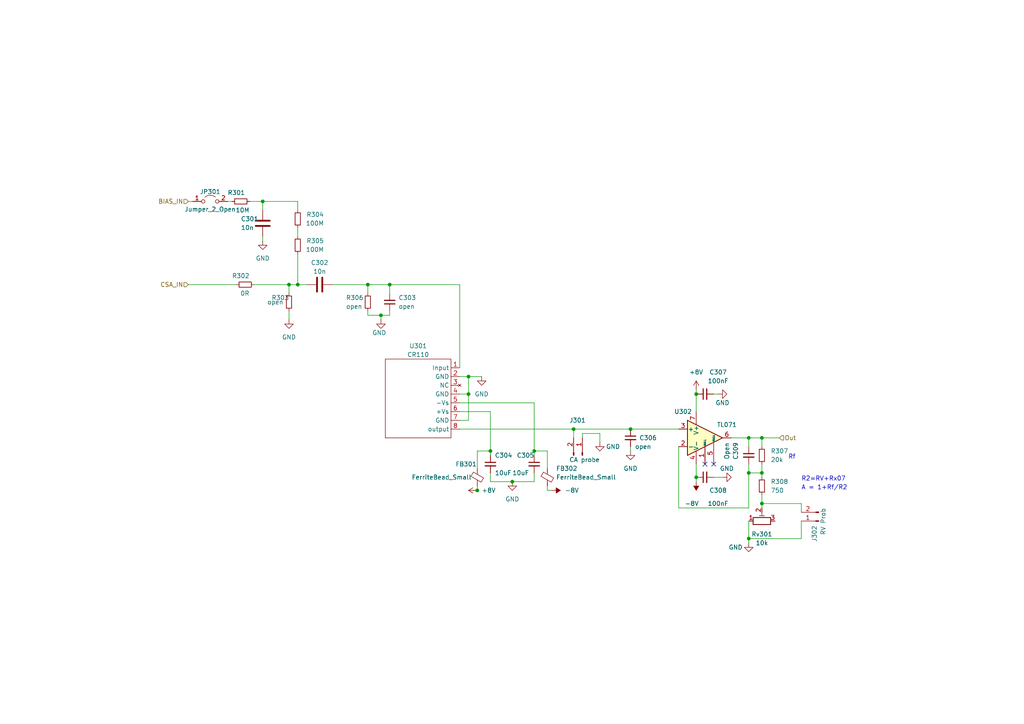
<source format=kicad_sch>
(kicad_sch (version 20230121) (generator eeschema)

  (uuid 5514a467-939f-4257-a9e1-43e044baa5e4)

  (paper "A4")

  (lib_symbols
    (symbol "Amplifier_Operational:TL071" (pin_names (offset 0.127)) (in_bom yes) (on_board yes)
      (property "Reference" "U" (at 0 6.35 0)
        (effects (font (size 1.27 1.27)) (justify left))
      )
      (property "Value" "TL071" (at 0 3.81 0)
        (effects (font (size 1.27 1.27)) (justify left))
      )
      (property "Footprint" "" (at 1.27 1.27 0)
        (effects (font (size 1.27 1.27)) hide)
      )
      (property "Datasheet" "http://www.ti.com/lit/ds/symlink/tl071.pdf" (at 3.81 3.81 0)
        (effects (font (size 1.27 1.27)) hide)
      )
      (property "ki_keywords" "singel opamp" (at 0 0 0)
        (effects (font (size 1.27 1.27)) hide)
      )
      (property "ki_description" "Single Low-Noise JFET-Input Operational Amplifiers, DIP-8/SOIC-8" (at 0 0 0)
        (effects (font (size 1.27 1.27)) hide)
      )
      (property "ki_fp_filters" "SOIC*3.9x4.9mm*P1.27mm* DIP*W7.62mm* TSSOP*3x3mm*P0.65mm*" (at 0 0 0)
        (effects (font (size 1.27 1.27)) hide)
      )
      (symbol "TL071_0_1"
        (polyline
          (pts
            (xy -5.08 5.08)
            (xy 5.08 0)
            (xy -5.08 -5.08)
            (xy -5.08 5.08)
          )
          (stroke (width 0.254) (type default))
          (fill (type background))
        )
      )
      (symbol "TL071_1_1"
        (pin input line (at 0 -7.62 90) (length 5.08)
          (name "NULL" (effects (font (size 0.508 0.508))))
          (number "1" (effects (font (size 1.27 1.27))))
        )
        (pin input line (at -7.62 -2.54 0) (length 2.54)
          (name "-" (effects (font (size 1.27 1.27))))
          (number "2" (effects (font (size 1.27 1.27))))
        )
        (pin input line (at -7.62 2.54 0) (length 2.54)
          (name "+" (effects (font (size 1.27 1.27))))
          (number "3" (effects (font (size 1.27 1.27))))
        )
        (pin power_in line (at -2.54 -7.62 90) (length 3.81)
          (name "V-" (effects (font (size 1.27 1.27))))
          (number "4" (effects (font (size 1.27 1.27))))
        )
        (pin input line (at 2.54 -7.62 90) (length 6.35)
          (name "NULL" (effects (font (size 0.508 0.508))))
          (number "5" (effects (font (size 1.27 1.27))))
        )
        (pin output line (at 7.62 0 180) (length 2.54)
          (name "~" (effects (font (size 1.27 1.27))))
          (number "6" (effects (font (size 1.27 1.27))))
        )
        (pin power_in line (at -2.54 7.62 270) (length 3.81)
          (name "V+" (effects (font (size 1.27 1.27))))
          (number "7" (effects (font (size 1.27 1.27))))
        )
        (pin no_connect line (at 0 2.54 270) (length 2.54) hide
          (name "NC" (effects (font (size 1.27 1.27))))
          (number "8" (effects (font (size 1.27 1.27))))
        )
      )
    )
    (symbol "Connector:Conn_01x02_Pin" (pin_names (offset 1.016) hide) (in_bom yes) (on_board yes)
      (property "Reference" "J" (at 0 2.54 0)
        (effects (font (size 1.27 1.27)))
      )
      (property "Value" "Conn_01x02_Pin" (at 0 -5.08 0)
        (effects (font (size 1.27 1.27)))
      )
      (property "Footprint" "" (at 0 0 0)
        (effects (font (size 1.27 1.27)) hide)
      )
      (property "Datasheet" "~" (at 0 0 0)
        (effects (font (size 1.27 1.27)) hide)
      )
      (property "ki_locked" "" (at 0 0 0)
        (effects (font (size 1.27 1.27)))
      )
      (property "ki_keywords" "connector" (at 0 0 0)
        (effects (font (size 1.27 1.27)) hide)
      )
      (property "ki_description" "Generic connector, single row, 01x02, script generated" (at 0 0 0)
        (effects (font (size 1.27 1.27)) hide)
      )
      (property "ki_fp_filters" "Connector*:*_1x??_*" (at 0 0 0)
        (effects (font (size 1.27 1.27)) hide)
      )
      (symbol "Conn_01x02_Pin_1_1"
        (polyline
          (pts
            (xy 1.27 -2.54)
            (xy 0.8636 -2.54)
          )
          (stroke (width 0.1524) (type default))
          (fill (type none))
        )
        (polyline
          (pts
            (xy 1.27 0)
            (xy 0.8636 0)
          )
          (stroke (width 0.1524) (type default))
          (fill (type none))
        )
        (rectangle (start 0.8636 -2.413) (end 0 -2.667)
          (stroke (width 0.1524) (type default))
          (fill (type outline))
        )
        (rectangle (start 0.8636 0.127) (end 0 -0.127)
          (stroke (width 0.1524) (type default))
          (fill (type outline))
        )
        (pin passive line (at 5.08 0 180) (length 3.81)
          (name "Pin_1" (effects (font (size 1.27 1.27))))
          (number "1" (effects (font (size 1.27 1.27))))
        )
        (pin passive line (at 5.08 -2.54 180) (length 3.81)
          (name "Pin_2" (effects (font (size 1.27 1.27))))
          (number "2" (effects (font (size 1.27 1.27))))
        )
      )
    )
    (symbol "CrematModules:CR110" (in_bom yes) (on_board yes)
      (property "Reference" "U401" (at -8.255 16.51 0)
        (effects (font (size 1.27 1.27)))
      )
      (property "Value" "CR110" (at -8.255 13.97 0)
        (effects (font (size 1.27 1.27)))
      )
      (property "Footprint" "CrematModules:CR11x" (at 17.78 -2.54 0)
        (effects (font (size 1.27 1.27)) hide)
      )
      (property "Datasheet" "" (at 0 1.27 0)
        (effects (font (size 1.27 1.27)) hide)
      )
      (property "Mouser" "575-8019300810012000 " (at 20.32 0 0)
        (effects (font (size 1.27 1.27)) hide)
      )
      (symbol "CR110_0_1"
        (rectangle (start -1.27 11.43) (end 17.78 -11.43)
          (stroke (width 0) (type default))
          (fill (type none))
        )
      )
      (symbol "CR110_1_1"
        (pin input line (at -3.81 8.89 0) (length 2.54)
          (name "Input" (effects (font (size 1.27 1.27))))
          (number "1" (effects (font (size 1.27 1.27))))
        )
        (pin input line (at -3.81 6.35 0) (length 2.54)
          (name "GND" (effects (font (size 1.27 1.27))))
          (number "2" (effects (font (size 1.27 1.27))))
        )
        (pin no_connect line (at -3.81 3.81 0) (length 2.54)
          (name "NC" (effects (font (size 1.27 1.27))))
          (number "3" (effects (font (size 1.27 1.27))))
        )
        (pin input line (at -3.81 1.27 0) (length 2.54)
          (name "GND" (effects (font (size 1.27 1.27))))
          (number "4" (effects (font (size 1.27 1.27))))
        )
        (pin input line (at -3.81 -1.27 0) (length 2.54)
          (name "-Vs" (effects (font (size 1.27 1.27))))
          (number "5" (effects (font (size 1.27 1.27))))
        )
        (pin input line (at -3.81 -3.81 0) (length 2.54)
          (name "+Vs" (effects (font (size 1.27 1.27))))
          (number "6" (effects (font (size 1.27 1.27))))
        )
        (pin input line (at -3.81 -6.35 0) (length 2.54)
          (name "GND" (effects (font (size 1.27 1.27))))
          (number "7" (effects (font (size 1.27 1.27))))
        )
        (pin input line (at -3.81 -8.89 0) (length 2.54)
          (name "output" (effects (font (size 1.27 1.27))))
          (number "8" (effects (font (size 1.27 1.27))))
        )
      )
    )
    (symbol "Device:C" (pin_numbers hide) (pin_names (offset 0.254)) (in_bom yes) (on_board yes)
      (property "Reference" "C" (at 0.635 2.54 0)
        (effects (font (size 1.27 1.27)) (justify left))
      )
      (property "Value" "C" (at 0.635 -2.54 0)
        (effects (font (size 1.27 1.27)) (justify left))
      )
      (property "Footprint" "" (at 0.9652 -3.81 0)
        (effects (font (size 1.27 1.27)) hide)
      )
      (property "Datasheet" "~" (at 0 0 0)
        (effects (font (size 1.27 1.27)) hide)
      )
      (property "ki_keywords" "cap capacitor" (at 0 0 0)
        (effects (font (size 1.27 1.27)) hide)
      )
      (property "ki_description" "Unpolarized capacitor" (at 0 0 0)
        (effects (font (size 1.27 1.27)) hide)
      )
      (property "ki_fp_filters" "C_*" (at 0 0 0)
        (effects (font (size 1.27 1.27)) hide)
      )
      (symbol "C_0_1"
        (polyline
          (pts
            (xy -2.032 -0.762)
            (xy 2.032 -0.762)
          )
          (stroke (width 0.508) (type default))
          (fill (type none))
        )
        (polyline
          (pts
            (xy -2.032 0.762)
            (xy 2.032 0.762)
          )
          (stroke (width 0.508) (type default))
          (fill (type none))
        )
      )
      (symbol "C_1_1"
        (pin passive line (at 0 3.81 270) (length 2.794)
          (name "~" (effects (font (size 1.27 1.27))))
          (number "1" (effects (font (size 1.27 1.27))))
        )
        (pin passive line (at 0 -3.81 90) (length 2.794)
          (name "~" (effects (font (size 1.27 1.27))))
          (number "2" (effects (font (size 1.27 1.27))))
        )
      )
    )
    (symbol "Device:C_Small" (pin_numbers hide) (pin_names (offset 0.254) hide) (in_bom yes) (on_board yes)
      (property "Reference" "C" (at 0.254 1.778 0)
        (effects (font (size 1.27 1.27)) (justify left))
      )
      (property "Value" "C_Small" (at 0.254 -2.032 0)
        (effects (font (size 1.27 1.27)) (justify left))
      )
      (property "Footprint" "" (at 0 0 0)
        (effects (font (size 1.27 1.27)) hide)
      )
      (property "Datasheet" "~" (at 0 0 0)
        (effects (font (size 1.27 1.27)) hide)
      )
      (property "ki_keywords" "capacitor cap" (at 0 0 0)
        (effects (font (size 1.27 1.27)) hide)
      )
      (property "ki_description" "Unpolarized capacitor, small symbol" (at 0 0 0)
        (effects (font (size 1.27 1.27)) hide)
      )
      (property "ki_fp_filters" "C_*" (at 0 0 0)
        (effects (font (size 1.27 1.27)) hide)
      )
      (symbol "C_Small_0_1"
        (polyline
          (pts
            (xy -1.524 -0.508)
            (xy 1.524 -0.508)
          )
          (stroke (width 0.3302) (type default))
          (fill (type none))
        )
        (polyline
          (pts
            (xy -1.524 0.508)
            (xy 1.524 0.508)
          )
          (stroke (width 0.3048) (type default))
          (fill (type none))
        )
      )
      (symbol "C_Small_1_1"
        (pin passive line (at 0 2.54 270) (length 2.032)
          (name "~" (effects (font (size 1.27 1.27))))
          (number "1" (effects (font (size 1.27 1.27))))
        )
        (pin passive line (at 0 -2.54 90) (length 2.032)
          (name "~" (effects (font (size 1.27 1.27))))
          (number "2" (effects (font (size 1.27 1.27))))
        )
      )
    )
    (symbol "Device:FerriteBead_Small" (pin_numbers hide) (pin_names (offset 0)) (in_bom yes) (on_board yes)
      (property "Reference" "FB" (at 1.905 1.27 0)
        (effects (font (size 1.27 1.27)) (justify left))
      )
      (property "Value" "FerriteBead_Small" (at 1.905 -1.27 0)
        (effects (font (size 1.27 1.27)) (justify left))
      )
      (property "Footprint" "" (at -1.778 0 90)
        (effects (font (size 1.27 1.27)) hide)
      )
      (property "Datasheet" "~" (at 0 0 0)
        (effects (font (size 1.27 1.27)) hide)
      )
      (property "ki_keywords" "L ferrite bead inductor filter" (at 0 0 0)
        (effects (font (size 1.27 1.27)) hide)
      )
      (property "ki_description" "Ferrite bead, small symbol" (at 0 0 0)
        (effects (font (size 1.27 1.27)) hide)
      )
      (property "ki_fp_filters" "Inductor_* L_* *Ferrite*" (at 0 0 0)
        (effects (font (size 1.27 1.27)) hide)
      )
      (symbol "FerriteBead_Small_0_1"
        (polyline
          (pts
            (xy 0 -1.27)
            (xy 0 -0.7874)
          )
          (stroke (width 0) (type default))
          (fill (type none))
        )
        (polyline
          (pts
            (xy 0 0.889)
            (xy 0 1.2954)
          )
          (stroke (width 0) (type default))
          (fill (type none))
        )
        (polyline
          (pts
            (xy -1.8288 0.2794)
            (xy -1.1176 1.4986)
            (xy 1.8288 -0.2032)
            (xy 1.1176 -1.4224)
            (xy -1.8288 0.2794)
          )
          (stroke (width 0) (type default))
          (fill (type none))
        )
      )
      (symbol "FerriteBead_Small_1_1"
        (pin passive line (at 0 2.54 270) (length 1.27)
          (name "~" (effects (font (size 1.27 1.27))))
          (number "1" (effects (font (size 1.27 1.27))))
        )
        (pin passive line (at 0 -2.54 90) (length 1.27)
          (name "~" (effects (font (size 1.27 1.27))))
          (number "2" (effects (font (size 1.27 1.27))))
        )
      )
    )
    (symbol "Device:R_Potentiometer_Trim" (pin_names (offset 1.016) hide) (in_bom yes) (on_board yes)
      (property "Reference" "RV" (at -4.445 0 90)
        (effects (font (size 1.27 1.27)))
      )
      (property "Value" "R_Potentiometer_Trim" (at -2.54 0 90)
        (effects (font (size 1.27 1.27)))
      )
      (property "Footprint" "" (at 0 0 0)
        (effects (font (size 1.27 1.27)) hide)
      )
      (property "Datasheet" "~" (at 0 0 0)
        (effects (font (size 1.27 1.27)) hide)
      )
      (property "ki_keywords" "resistor variable trimpot trimmer" (at 0 0 0)
        (effects (font (size 1.27 1.27)) hide)
      )
      (property "ki_description" "Trim-potentiometer" (at 0 0 0)
        (effects (font (size 1.27 1.27)) hide)
      )
      (property "ki_fp_filters" "Potentiometer*" (at 0 0 0)
        (effects (font (size 1.27 1.27)) hide)
      )
      (symbol "R_Potentiometer_Trim_0_1"
        (polyline
          (pts
            (xy 1.524 0.762)
            (xy 1.524 -0.762)
          )
          (stroke (width 0) (type default))
          (fill (type none))
        )
        (polyline
          (pts
            (xy 2.54 0)
            (xy 1.524 0)
          )
          (stroke (width 0) (type default))
          (fill (type none))
        )
        (rectangle (start 1.016 2.54) (end -1.016 -2.54)
          (stroke (width 0.254) (type default))
          (fill (type none))
        )
      )
      (symbol "R_Potentiometer_Trim_1_1"
        (pin passive line (at 0 3.81 270) (length 1.27)
          (name "1" (effects (font (size 1.27 1.27))))
          (number "1" (effects (font (size 1.27 1.27))))
        )
        (pin passive line (at 3.81 0 180) (length 1.27)
          (name "2" (effects (font (size 1.27 1.27))))
          (number "2" (effects (font (size 1.27 1.27))))
        )
        (pin passive line (at 0 -3.81 90) (length 1.27)
          (name "3" (effects (font (size 1.27 1.27))))
          (number "3" (effects (font (size 1.27 1.27))))
        )
      )
    )
    (symbol "Device:R_Small" (pin_numbers hide) (pin_names (offset 0.254) hide) (in_bom yes) (on_board yes)
      (property "Reference" "R" (at 0.762 0.508 0)
        (effects (font (size 1.27 1.27)) (justify left))
      )
      (property "Value" "R_Small" (at 0.762 -1.016 0)
        (effects (font (size 1.27 1.27)) (justify left))
      )
      (property "Footprint" "" (at 0 0 0)
        (effects (font (size 1.27 1.27)) hide)
      )
      (property "Datasheet" "~" (at 0 0 0)
        (effects (font (size 1.27 1.27)) hide)
      )
      (property "ki_keywords" "R resistor" (at 0 0 0)
        (effects (font (size 1.27 1.27)) hide)
      )
      (property "ki_description" "Resistor, small symbol" (at 0 0 0)
        (effects (font (size 1.27 1.27)) hide)
      )
      (property "ki_fp_filters" "R_*" (at 0 0 0)
        (effects (font (size 1.27 1.27)) hide)
      )
      (symbol "R_Small_0_1"
        (rectangle (start -0.762 1.778) (end 0.762 -1.778)
          (stroke (width 0.2032) (type default))
          (fill (type none))
        )
      )
      (symbol "R_Small_1_1"
        (pin passive line (at 0 2.54 270) (length 0.762)
          (name "~" (effects (font (size 1.27 1.27))))
          (number "1" (effects (font (size 1.27 1.27))))
        )
        (pin passive line (at 0 -2.54 90) (length 0.762)
          (name "~" (effects (font (size 1.27 1.27))))
          (number "2" (effects (font (size 1.27 1.27))))
        )
      )
    )
    (symbol "Jumper:Jumper_2_Open" (pin_names (offset 0) hide) (in_bom yes) (on_board yes)
      (property "Reference" "JP" (at 0 2.794 0)
        (effects (font (size 1.27 1.27)))
      )
      (property "Value" "Jumper_2_Open" (at 0 -2.286 0)
        (effects (font (size 1.27 1.27)))
      )
      (property "Footprint" "" (at 0 0 0)
        (effects (font (size 1.27 1.27)) hide)
      )
      (property "Datasheet" "~" (at 0 0 0)
        (effects (font (size 1.27 1.27)) hide)
      )
      (property "ki_keywords" "Jumper SPST" (at 0 0 0)
        (effects (font (size 1.27 1.27)) hide)
      )
      (property "ki_description" "Jumper, 2-pole, open" (at 0 0 0)
        (effects (font (size 1.27 1.27)) hide)
      )
      (property "ki_fp_filters" "Jumper* TestPoint*2Pads* TestPoint*Bridge*" (at 0 0 0)
        (effects (font (size 1.27 1.27)) hide)
      )
      (symbol "Jumper_2_Open_0_0"
        (circle (center -2.032 0) (radius 0.508)
          (stroke (width 0) (type default))
          (fill (type none))
        )
        (circle (center 2.032 0) (radius 0.508)
          (stroke (width 0) (type default))
          (fill (type none))
        )
      )
      (symbol "Jumper_2_Open_0_1"
        (arc (start 1.524 1.27) (mid 0 1.778) (end -1.524 1.27)
          (stroke (width 0) (type default))
          (fill (type none))
        )
      )
      (symbol "Jumper_2_Open_1_1"
        (pin passive line (at -5.08 0 0) (length 2.54)
          (name "A" (effects (font (size 1.27 1.27))))
          (number "1" (effects (font (size 1.27 1.27))))
        )
        (pin passive line (at 5.08 0 180) (length 2.54)
          (name "B" (effects (font (size 1.27 1.27))))
          (number "2" (effects (font (size 1.27 1.27))))
        )
      )
    )
    (symbol "power:+8V" (power) (pin_names (offset 0)) (in_bom yes) (on_board yes)
      (property "Reference" "#PWR" (at 0 -3.81 0)
        (effects (font (size 1.27 1.27)) hide)
      )
      (property "Value" "+8V" (at 0 3.556 0)
        (effects (font (size 1.27 1.27)))
      )
      (property "Footprint" "" (at 0 0 0)
        (effects (font (size 1.27 1.27)) hide)
      )
      (property "Datasheet" "" (at 0 0 0)
        (effects (font (size 1.27 1.27)) hide)
      )
      (property "ki_keywords" "global power" (at 0 0 0)
        (effects (font (size 1.27 1.27)) hide)
      )
      (property "ki_description" "Power symbol creates a global label with name \"+8V\"" (at 0 0 0)
        (effects (font (size 1.27 1.27)) hide)
      )
      (symbol "+8V_0_1"
        (polyline
          (pts
            (xy -0.762 1.27)
            (xy 0 2.54)
          )
          (stroke (width 0) (type default))
          (fill (type none))
        )
        (polyline
          (pts
            (xy 0 0)
            (xy 0 2.54)
          )
          (stroke (width 0) (type default))
          (fill (type none))
        )
        (polyline
          (pts
            (xy 0 2.54)
            (xy 0.762 1.27)
          )
          (stroke (width 0) (type default))
          (fill (type none))
        )
      )
      (symbol "+8V_1_1"
        (pin power_in line (at 0 0 90) (length 0) hide
          (name "+8V" (effects (font (size 1.27 1.27))))
          (number "1" (effects (font (size 1.27 1.27))))
        )
      )
    )
    (symbol "power:-8V" (power) (pin_names (offset 0)) (in_bom yes) (on_board yes)
      (property "Reference" "#PWR" (at 0 2.54 0)
        (effects (font (size 1.27 1.27)) hide)
      )
      (property "Value" "-8V" (at 0 3.81 0)
        (effects (font (size 1.27 1.27)))
      )
      (property "Footprint" "" (at 0 0 0)
        (effects (font (size 1.27 1.27)) hide)
      )
      (property "Datasheet" "" (at 0 0 0)
        (effects (font (size 1.27 1.27)) hide)
      )
      (property "ki_keywords" "global power" (at 0 0 0)
        (effects (font (size 1.27 1.27)) hide)
      )
      (property "ki_description" "Power symbol creates a global label with name \"-8V\"" (at 0 0 0)
        (effects (font (size 1.27 1.27)) hide)
      )
      (symbol "-8V_0_0"
        (pin power_in line (at 0 0 90) (length 0) hide
          (name "-8V" (effects (font (size 1.27 1.27))))
          (number "1" (effects (font (size 1.27 1.27))))
        )
      )
      (symbol "-8V_0_1"
        (polyline
          (pts
            (xy 0 0)
            (xy 0 1.27)
            (xy 0.762 1.27)
            (xy 0 2.54)
            (xy -0.762 1.27)
            (xy 0 1.27)
          )
          (stroke (width 0) (type default))
          (fill (type outline))
        )
      )
    )
    (symbol "power:GND" (power) (pin_names (offset 0)) (in_bom yes) (on_board yes)
      (property "Reference" "#PWR" (at 0 -6.35 0)
        (effects (font (size 1.27 1.27)) hide)
      )
      (property "Value" "GND" (at 0 -3.81 0)
        (effects (font (size 1.27 1.27)))
      )
      (property "Footprint" "" (at 0 0 0)
        (effects (font (size 1.27 1.27)) hide)
      )
      (property "Datasheet" "" (at 0 0 0)
        (effects (font (size 1.27 1.27)) hide)
      )
      (property "ki_keywords" "global power" (at 0 0 0)
        (effects (font (size 1.27 1.27)) hide)
      )
      (property "ki_description" "Power symbol creates a global label with name \"GND\" , ground" (at 0 0 0)
        (effects (font (size 1.27 1.27)) hide)
      )
      (symbol "GND_0_1"
        (polyline
          (pts
            (xy 0 0)
            (xy 0 -1.27)
            (xy 1.27 -1.27)
            (xy 0 -2.54)
            (xy -1.27 -1.27)
            (xy 0 -1.27)
          )
          (stroke (width 0) (type default))
          (fill (type none))
        )
      )
      (symbol "GND_1_1"
        (pin power_in line (at 0 0 270) (length 0) hide
          (name "GND" (effects (font (size 1.27 1.27))))
          (number "1" (effects (font (size 1.27 1.27))))
        )
      )
    )
  )

  (junction (at 217.17 156.21) (diameter 0) (color 0 0 0 0)
    (uuid 1efffa34-d1e4-4f32-87af-a5f9c1e2041e)
  )
  (junction (at 142.24 130.81) (diameter 0) (color 0 0 0 0)
    (uuid 2bb4d5b3-f057-4fea-bd07-78fd43384212)
  )
  (junction (at 113.03 82.55) (diameter 0) (color 0 0 0 0)
    (uuid 32f161f3-5c0c-4bdb-97b9-6cdace4348c0)
  )
  (junction (at 220.98 127) (diameter 0) (color 0 0 0 0)
    (uuid 3a3abed1-6c1c-4a03-a537-462360c17585)
  )
  (junction (at 220.98 137.16) (diameter 0) (color 0 0 0 0)
    (uuid 4832cbae-2cb0-482d-8134-5d1a4108d075)
  )
  (junction (at 201.93 138.43) (diameter 0) (color 0 0 0 0)
    (uuid 517b47ed-fbea-40c8-b990-44d1024bb58a)
  )
  (junction (at 106.68 82.55) (diameter 0) (color 0 0 0 0)
    (uuid 620f7cc2-00f6-47ff-a685-6d6ea5eee214)
  )
  (junction (at 220.98 146.05) (diameter 0) (color 0 0 0 0)
    (uuid 71bcd3d3-c9de-4d88-841d-432bf199eb32)
  )
  (junction (at 201.93 114.3) (diameter 0) (color 0 0 0 0)
    (uuid 7304ff71-f03e-446f-a971-1edea465b8c7)
  )
  (junction (at 76.2 58.42) (diameter 0) (color 0 0 0 0)
    (uuid 73fd3370-70be-44f9-af74-f894df9b4622)
  )
  (junction (at 217.17 127) (diameter 0) (color 0 0 0 0)
    (uuid 755b1d9e-4834-405b-9a72-1f144afb082e)
  )
  (junction (at 135.89 109.22) (diameter 0) (color 0 0 0 0)
    (uuid 793b1cbe-33b1-4077-8d0b-500f8979d920)
  )
  (junction (at 166.37 124.46) (diameter 0) (color 0 0 0 0)
    (uuid 86c1c0da-cf0f-42c1-8e29-22999ce2a709)
  )
  (junction (at 217.17 137.16) (diameter 0) (color 0 0 0 0)
    (uuid 89f3e275-3740-4442-87f5-f05b87162b1c)
  )
  (junction (at 83.82 82.55) (diameter 0) (color 0 0 0 0)
    (uuid b29e7a5e-4526-4ba6-9eeb-aed3608234c4)
  )
  (junction (at 148.59 139.7) (diameter 0) (color 0 0 0 0)
    (uuid bec7f0c1-84c8-4785-9306-12280e77425a)
  )
  (junction (at 154.94 130.81) (diameter 0) (color 0 0 0 0)
    (uuid c0431479-76b0-4ea8-b9da-a7dbfd590f65)
  )
  (junction (at 138.43 142.24) (diameter 0) (color 0 0 0 0)
    (uuid e18d9ec3-0214-43fa-bebc-354662b3c2ae)
  )
  (junction (at 110.49 91.44) (diameter 0) (color 0 0 0 0)
    (uuid ed050557-3658-405e-bc81-f16834f9baf7)
  )
  (junction (at 135.89 114.3) (diameter 0) (color 0 0 0 0)
    (uuid eea68466-f428-4a05-85f9-7cae55fed88f)
  )
  (junction (at 86.36 82.55) (diameter 0) (color 0 0 0 0)
    (uuid f2d13b22-ab61-4bea-aaf3-e83aca9500be)
  )
  (junction (at 182.88 124.46) (diameter 0) (color 0 0 0 0)
    (uuid fe3271ab-0615-4b91-9c52-ae507777a796)
  )

  (no_connect (at 204.47 134.62) (uuid e964ddf7-148f-4b28-afcf-5b13ce7e349c))
  (no_connect (at 207.01 134.62) (uuid f441a43d-904c-46d2-9a4f-e8a17b2e05aa))

  (wire (pts (xy 133.35 114.3) (xy 135.89 114.3))
    (stroke (width 0) (type default))
    (uuid 03783ba9-b6ac-4190-ad7b-74e2021cb60e)
  )
  (wire (pts (xy 76.2 60.96) (xy 76.2 58.42))
    (stroke (width 0) (type default))
    (uuid 03ccb12e-d0a6-414a-bebc-e8d860f87980)
  )
  (wire (pts (xy 133.35 121.92) (xy 135.89 121.92))
    (stroke (width 0) (type default))
    (uuid 04040e66-3386-4f0c-a3ec-299b40dd5c44)
  )
  (wire (pts (xy 201.93 138.43) (xy 201.93 139.7))
    (stroke (width 0) (type default))
    (uuid 05be60b0-5e4b-4df1-8c5f-39dd1df8f490)
  )
  (wire (pts (xy 154.94 130.81) (xy 154.94 132.08))
    (stroke (width 0) (type default))
    (uuid 0a8682b6-2114-4f7e-aa29-d00136e8a057)
  )
  (wire (pts (xy 106.68 85.09) (xy 106.68 82.55))
    (stroke (width 0) (type default))
    (uuid 159816a7-8523-4f44-b600-05e8af9c668c)
  )
  (wire (pts (xy 217.17 147.32) (xy 217.17 137.16))
    (stroke (width 0) (type default))
    (uuid 171aeee8-71d0-4de8-83a3-7ff6ed1e268e)
  )
  (wire (pts (xy 217.17 156.21) (xy 217.17 157.48))
    (stroke (width 0) (type default))
    (uuid 198a279c-0318-4b16-9374-e34c5298294e)
  )
  (wire (pts (xy 196.85 147.32) (xy 217.17 147.32))
    (stroke (width 0) (type default))
    (uuid 1a0fb064-c3ba-4f56-9a96-d469797206d6)
  )
  (wire (pts (xy 201.93 114.3) (xy 201.93 119.38))
    (stroke (width 0) (type default))
    (uuid 1a4fa3b9-2bd8-49c3-a49e-395d773efbde)
  )
  (wire (pts (xy 220.98 127) (xy 226.06 127))
    (stroke (width 0) (type default))
    (uuid 21120dd8-a796-45db-9901-fd0e93ee508c)
  )
  (wire (pts (xy 158.75 130.81) (xy 154.94 130.81))
    (stroke (width 0) (type default))
    (uuid 258dc308-e2f8-4d7f-adf6-9917ee90ffb6)
  )
  (wire (pts (xy 158.75 135.89) (xy 158.75 130.81))
    (stroke (width 0) (type default))
    (uuid 26a0d50f-b46b-4f14-9722-c2739ee8d3bf)
  )
  (wire (pts (xy 73.66 82.55) (xy 83.82 82.55))
    (stroke (width 0) (type default))
    (uuid 2801a4d5-cfe4-4929-a15c-05d66a34f924)
  )
  (wire (pts (xy 88.9 82.55) (xy 86.36 82.55))
    (stroke (width 0) (type default))
    (uuid 2aa0849d-1c51-4e84-b8ef-666c4e86f4f8)
  )
  (wire (pts (xy 86.36 66.04) (xy 86.36 68.58))
    (stroke (width 0) (type default))
    (uuid 2de54f08-b2d7-48a4-a510-4ba4fae824a3)
  )
  (wire (pts (xy 217.17 137.16) (xy 220.98 137.16))
    (stroke (width 0) (type default))
    (uuid 3008beb2-7b89-4b3c-8664-39e7a38675cc)
  )
  (wire (pts (xy 220.98 143.51) (xy 220.98 146.05))
    (stroke (width 0) (type default))
    (uuid 328aba22-8ec5-4652-9a2a-735736e30bbc)
  )
  (wire (pts (xy 113.03 91.44) (xy 113.03 90.17))
    (stroke (width 0) (type default))
    (uuid 3324de1b-de33-45c8-b569-36cdafec7ccd)
  )
  (wire (pts (xy 72.39 58.42) (xy 76.2 58.42))
    (stroke (width 0) (type default))
    (uuid 39ed783c-5018-4623-810f-db282ab4dcc8)
  )
  (wire (pts (xy 217.17 127) (xy 217.17 129.54))
    (stroke (width 0) (type default))
    (uuid 3f718a6d-8862-40da-bb1e-2f9b3dc20f2f)
  )
  (wire (pts (xy 232.41 156.21) (xy 232.41 151.13))
    (stroke (width 0) (type default))
    (uuid 4560b567-90ab-4742-bea8-9cf63589a05d)
  )
  (wire (pts (xy 142.24 139.7) (xy 142.24 137.16))
    (stroke (width 0) (type default))
    (uuid 47652436-9d9f-4428-b9bd-ba5c9d71aa56)
  )
  (wire (pts (xy 76.2 68.58) (xy 76.2 69.85))
    (stroke (width 0) (type default))
    (uuid 47f0faf6-c658-4275-a718-4b82319d0bf1)
  )
  (wire (pts (xy 86.36 73.66) (xy 86.36 82.55))
    (stroke (width 0) (type default))
    (uuid 48564e23-e03b-492c-ad20-d56d726212f7)
  )
  (wire (pts (xy 207.01 138.43) (xy 209.55 138.43))
    (stroke (width 0) (type default))
    (uuid 494619de-1b2a-4b7d-b44e-b58b6a12b832)
  )
  (wire (pts (xy 217.17 151.13) (xy 217.17 156.21))
    (stroke (width 0) (type default))
    (uuid 4ac9cce3-f4f8-45c4-af4f-907c86067237)
  )
  (wire (pts (xy 83.82 82.55) (xy 83.82 85.09))
    (stroke (width 0) (type default))
    (uuid 4be9fdd6-4e16-4092-a040-fd060d36e650)
  )
  (wire (pts (xy 232.41 146.05) (xy 232.41 148.59))
    (stroke (width 0) (type default))
    (uuid 50918c29-d6b8-4b2d-9943-9820a3729b6a)
  )
  (wire (pts (xy 66.04 58.42) (xy 67.31 58.42))
    (stroke (width 0) (type default))
    (uuid 51a832eb-7d72-4666-95d7-6e88a90c28b6)
  )
  (wire (pts (xy 76.2 58.42) (xy 86.36 58.42))
    (stroke (width 0) (type default))
    (uuid 54a31836-5c02-4f8f-b482-a63c8cb3f74b)
  )
  (wire (pts (xy 166.37 124.46) (xy 166.37 127))
    (stroke (width 0) (type default))
    (uuid 5d6a5a99-ea61-4a55-9a0d-d9fb033b30f7)
  )
  (wire (pts (xy 217.17 156.21) (xy 232.41 156.21))
    (stroke (width 0) (type default))
    (uuid 5d820d34-8bd7-4d12-9e01-8876ce6abe1a)
  )
  (wire (pts (xy 135.89 109.22) (xy 139.7 109.22))
    (stroke (width 0) (type default))
    (uuid 5edf7a57-706f-41c4-bbfe-93124a8200ec)
  )
  (wire (pts (xy 113.03 82.55) (xy 133.35 82.55))
    (stroke (width 0) (type default))
    (uuid 60d919f7-8200-45db-9e48-30c99eecbe68)
  )
  (wire (pts (xy 173.99 128.27) (xy 173.99 125.73))
    (stroke (width 0) (type default))
    (uuid 611e0c20-7843-4d3d-bdb4-d2c4c2e75b0f)
  )
  (wire (pts (xy 106.68 91.44) (xy 110.49 91.44))
    (stroke (width 0) (type default))
    (uuid 6923860c-a33d-4b9b-baf1-2005b189fc2c)
  )
  (wire (pts (xy 133.35 116.84) (xy 154.94 116.84))
    (stroke (width 0) (type default))
    (uuid 6a0dc017-80fa-4eb8-a737-f93c26350bca)
  )
  (wire (pts (xy 168.91 125.73) (xy 168.91 127))
    (stroke (width 0) (type default))
    (uuid 6d054711-ac64-475f-b45d-640f214a3ce9)
  )
  (wire (pts (xy 217.17 134.62) (xy 217.17 137.16))
    (stroke (width 0) (type default))
    (uuid 70221684-a4c4-4d93-82b1-b5ec1070a9ea)
  )
  (wire (pts (xy 220.98 146.05) (xy 232.41 146.05))
    (stroke (width 0) (type default))
    (uuid 706d4e27-30cf-48a8-9ec9-d9be38702899)
  )
  (wire (pts (xy 137.16 142.24) (xy 138.43 142.24))
    (stroke (width 0) (type default))
    (uuid 7272f410-b80d-406a-8aa4-299699f12727)
  )
  (wire (pts (xy 220.98 127) (xy 220.98 129.54))
    (stroke (width 0) (type default))
    (uuid 79bcd4e8-a54d-44bc-9b5e-a50a098f5937)
  )
  (wire (pts (xy 83.82 90.17) (xy 83.82 92.71))
    (stroke (width 0) (type default))
    (uuid 7b131bee-7fc3-4aab-b630-533cb794fe3d)
  )
  (wire (pts (xy 96.52 82.55) (xy 106.68 82.55))
    (stroke (width 0) (type default))
    (uuid 7ddb4203-82ae-4624-99af-88b672c1b815)
  )
  (wire (pts (xy 217.17 127) (xy 220.98 127))
    (stroke (width 0) (type default))
    (uuid 818188f3-7ae2-410e-aa1e-f40e2de2a599)
  )
  (wire (pts (xy 135.89 109.22) (xy 135.89 114.3))
    (stroke (width 0) (type default))
    (uuid 836673e7-385e-48e7-b1e6-ece595e6f083)
  )
  (wire (pts (xy 173.99 125.73) (xy 168.91 125.73))
    (stroke (width 0) (type default))
    (uuid 843421a9-d1de-435f-a24d-173393ebdd99)
  )
  (wire (pts (xy 106.68 90.17) (xy 106.68 91.44))
    (stroke (width 0) (type default))
    (uuid 84c51898-8b29-43f1-b0b0-b1c5f0ec47fc)
  )
  (wire (pts (xy 142.24 132.08) (xy 142.24 130.81))
    (stroke (width 0) (type default))
    (uuid 85b9df91-17d3-442b-9bc6-54c699870001)
  )
  (wire (pts (xy 54.61 82.55) (xy 68.58 82.55))
    (stroke (width 0) (type default))
    (uuid 8a03b52a-7819-478c-a24c-944350ec661d)
  )
  (wire (pts (xy 166.37 124.46) (xy 182.88 124.46))
    (stroke (width 0) (type default))
    (uuid 8a3e311d-2c89-4986-abe2-107a35fca038)
  )
  (wire (pts (xy 220.98 137.16) (xy 220.98 134.62))
    (stroke (width 0) (type default))
    (uuid 8a85f9d3-415f-4a2e-a896-5e9216e6c612)
  )
  (wire (pts (xy 138.43 130.81) (xy 138.43 135.89))
    (stroke (width 0) (type default))
    (uuid 8c641282-6966-4281-8d56-46815f03c5cd)
  )
  (wire (pts (xy 207.01 114.3) (xy 208.28 114.3))
    (stroke (width 0) (type default))
    (uuid 937544fa-ec67-4149-92cc-43e14d26e3ee)
  )
  (wire (pts (xy 106.68 82.55) (xy 113.03 82.55))
    (stroke (width 0) (type default))
    (uuid 9987408e-1bd3-45c7-9fc8-b0dc28574c0e)
  )
  (wire (pts (xy 86.36 60.96) (xy 86.36 58.42))
    (stroke (width 0) (type default))
    (uuid 9ae84544-0a9d-473c-8775-aecd1f5dd1b9)
  )
  (wire (pts (xy 201.93 134.62) (xy 201.93 138.43))
    (stroke (width 0) (type default))
    (uuid 9dc7bacf-3366-41bd-99a2-97df868c297f)
  )
  (wire (pts (xy 182.88 124.46) (xy 196.85 124.46))
    (stroke (width 0) (type default))
    (uuid a2637e31-45cd-4218-9f18-8c608d837edb)
  )
  (wire (pts (xy 142.24 130.81) (xy 138.43 130.81))
    (stroke (width 0) (type default))
    (uuid a7768b9a-5de1-4635-b476-913e08f62da1)
  )
  (wire (pts (xy 154.94 137.16) (xy 154.94 139.7))
    (stroke (width 0) (type default))
    (uuid a8d50a1e-acba-4e79-b51c-2d58161450e4)
  )
  (wire (pts (xy 110.49 91.44) (xy 113.03 91.44))
    (stroke (width 0) (type default))
    (uuid b7f6733d-118e-4662-89fb-db50bb22ee7b)
  )
  (wire (pts (xy 212.09 127) (xy 217.17 127))
    (stroke (width 0) (type default))
    (uuid bd9f6f0a-19fa-45dc-b0ce-190d5aec4e34)
  )
  (wire (pts (xy 182.88 129.54) (xy 182.88 130.81))
    (stroke (width 0) (type default))
    (uuid c2c6a131-f944-43fa-86c9-45481fa0f69d)
  )
  (wire (pts (xy 220.98 137.16) (xy 220.98 138.43))
    (stroke (width 0) (type default))
    (uuid c3a95f96-3c54-4a1e-a0ab-fdd646aa2935)
  )
  (wire (pts (xy 133.35 82.55) (xy 133.35 106.68))
    (stroke (width 0) (type default))
    (uuid c4469e66-328d-43bb-9713-bc702acf97ee)
  )
  (wire (pts (xy 133.35 119.38) (xy 142.24 119.38))
    (stroke (width 0) (type default))
    (uuid c61acb9a-322a-4cd9-a016-f4a9e0797e08)
  )
  (wire (pts (xy 148.59 139.7) (xy 154.94 139.7))
    (stroke (width 0) (type default))
    (uuid c9bbe5e3-ed55-4418-97cd-3fdb4a93897e)
  )
  (wire (pts (xy 196.85 147.32) (xy 196.85 129.54))
    (stroke (width 0) (type default))
    (uuid cfd2c2ec-c6ed-443b-bcd2-1363fac6dd44)
  )
  (wire (pts (xy 135.89 114.3) (xy 135.89 121.92))
    (stroke (width 0) (type default))
    (uuid d0829094-f9ec-43c9-acf3-5f15c531d9ed)
  )
  (wire (pts (xy 142.24 119.38) (xy 142.24 130.81))
    (stroke (width 0) (type default))
    (uuid d49dce39-323f-4edc-9807-f58ffc11a78b)
  )
  (wire (pts (xy 133.35 124.46) (xy 166.37 124.46))
    (stroke (width 0) (type default))
    (uuid d7047d0f-5082-41f0-8e3d-8bc11bc762ce)
  )
  (wire (pts (xy 138.43 142.24) (xy 138.43 140.97))
    (stroke (width 0) (type default))
    (uuid d977aef8-54af-4ac7-a8e8-e06c9a38efae)
  )
  (wire (pts (xy 158.75 142.24) (xy 160.02 142.24))
    (stroke (width 0) (type default))
    (uuid dabd9e59-6cdd-40d2-925b-3cf2fb5e7e36)
  )
  (wire (pts (xy 110.49 91.44) (xy 110.49 92.71))
    (stroke (width 0) (type default))
    (uuid dbd87eaf-a909-40a2-b46d-f3b093243cbf)
  )
  (wire (pts (xy 133.35 109.22) (xy 135.89 109.22))
    (stroke (width 0) (type default))
    (uuid e1be6d07-c16e-40cc-983b-b959d8483e3e)
  )
  (wire (pts (xy 154.94 116.84) (xy 154.94 130.81))
    (stroke (width 0) (type default))
    (uuid e777a4e6-deb5-4a7a-83e6-0a19e42e18bd)
  )
  (wire (pts (xy 148.59 139.7) (xy 142.24 139.7))
    (stroke (width 0) (type default))
    (uuid e80d89d8-c5e3-40ca-a262-51930d4ad346)
  )
  (wire (pts (xy 158.75 140.97) (xy 158.75 142.24))
    (stroke (width 0) (type default))
    (uuid ed21250f-1887-469a-82dd-7ce08a3eaa7e)
  )
  (wire (pts (xy 113.03 85.09) (xy 113.03 82.55))
    (stroke (width 0) (type default))
    (uuid f4d319cd-d9e4-479e-bb47-9cfc21bd1d0b)
  )
  (wire (pts (xy 86.36 82.55) (xy 83.82 82.55))
    (stroke (width 0) (type default))
    (uuid f5fc171e-5dfa-41ca-b5a8-c44ec92d6c56)
  )
  (wire (pts (xy 201.93 113.03) (xy 201.93 114.3))
    (stroke (width 0) (type default))
    (uuid fa73d3b7-dc5d-4835-b670-a2292666e596)
  )
  (wire (pts (xy 220.98 146.05) (xy 220.98 147.32))
    (stroke (width 0) (type default))
    (uuid fc7f2187-17d1-4f08-8201-2e12649a5d6e)
  )
  (wire (pts (xy 54.61 58.42) (xy 55.88 58.42))
    (stroke (width 0) (type default))
    (uuid ff7f8515-4ea2-4a13-af12-52663bfceb92)
  )

  (text "A = 1+Rf/R2" (at 232.41 142.24 0)
    (effects (font (size 1.27 1.27)) (justify left bottom))
    (uuid 1529370b-69c0-401c-bac9-8c13fbd7abf2)
  )
  (text "R2=RV+Rx07\n" (at 232.41 139.7 0)
    (effects (font (size 1.27 1.27)) (justify left bottom))
    (uuid 66aab95a-38cf-45fa-827b-d3711cfb5d72)
  )
  (text "Rf" (at 228.6 133.35 0)
    (effects (font (size 1.27 1.27)) (justify left bottom))
    (uuid cb0ad941-4618-48b7-ada7-aaccb8244426)
  )

  (hierarchical_label "Out" (shape input) (at 226.06 127 0) (fields_autoplaced)
    (effects (font (size 1.27 1.27)) (justify left))
    (uuid 1809207f-fe95-4006-8110-8e55dd0cd68a)
  )
  (hierarchical_label "BIAS_IN" (shape input) (at 54.61 58.42 180) (fields_autoplaced)
    (effects (font (size 1.27 1.27)) (justify right))
    (uuid 69867414-f0bb-478d-a1c0-d2a7b71936ce)
  )
  (hierarchical_label "CSA_IN" (shape input) (at 54.61 82.55 180) (fields_autoplaced)
    (effects (font (size 1.27 1.27)) (justify right))
    (uuid 6d96b573-b86f-41d0-b65c-9d438b5c57d5)
  )

  (symbol (lib_id "power:+8V") (at 201.93 113.03 0) (unit 1)
    (in_bom yes) (on_board yes) (dnp no) (fields_autoplaced)
    (uuid 124d70ba-f1b2-49c3-9442-6e2312c6aac4)
    (property "Reference" "#PWR0310" (at 201.93 116.84 0)
      (effects (font (size 1.27 1.27)) hide)
    )
    (property "Value" "+8V" (at 201.93 107.95 0)
      (effects (font (size 1.27 1.27)))
    )
    (property "Footprint" "" (at 201.93 113.03 0)
      (effects (font (size 1.27 1.27)) hide)
    )
    (property "Datasheet" "" (at 201.93 113.03 0)
      (effects (font (size 1.27 1.27)) hide)
    )
    (pin "1" (uuid 181edfd6-62b5-4877-bf86-84ac09267f71))
    (instances
      (project "Dual-CSA+Amplifier"
        (path "/b85a0dc9-b5a8-4f61-a9c5-acbaf0f490da/3cc0283d-5135-4322-99ab-ba7eddcc5a87"
          (reference "#PWR0310") (unit 1)
        )
        (path "/b85a0dc9-b5a8-4f61-a9c5-acbaf0f490da/23936c47-d623-428e-a19a-84334af95a77"
          (reference "#PWR0410") (unit 1)
        )
      )
    )
  )

  (symbol (lib_id "Jumper:Jumper_2_Open") (at 60.96 58.42 0) (unit 1)
    (in_bom yes) (on_board yes) (dnp no)
    (uuid 15ed0e60-ee6b-4822-a7a5-152c5d76733f)
    (property "Reference" "JP301" (at 60.96 55.626 0)
      (effects (font (size 1.27 1.27)))
    )
    (property "Value" "Jumper_2_Open" (at 60.96 60.706 0)
      (effects (font (size 1.27 1.27)))
    )
    (property "Footprint" "Connector_PinHeader_2.54mm:PinHeader_1x02_P2.54mm_Vertical" (at 60.96 58.42 0)
      (effects (font (size 1.27 1.27)) hide)
    )
    (property "Datasheet" "~" (at 60.96 58.42 0)
      (effects (font (size 1.27 1.27)) hide)
    )
    (pin "1" (uuid 663141a8-92a7-419e-a797-4ea9e2399896))
    (pin "2" (uuid c984302d-057d-47a2-9e5a-fce60ed9e526))
    (instances
      (project "Dual-CSA+Amplifier"
        (path "/b85a0dc9-b5a8-4f61-a9c5-acbaf0f490da/3cc0283d-5135-4322-99ab-ba7eddcc5a87"
          (reference "JP301") (unit 1)
        )
        (path "/b85a0dc9-b5a8-4f61-a9c5-acbaf0f490da/23936c47-d623-428e-a19a-84334af95a77"
          (reference "JP401") (unit 1)
        )
      )
    )
  )

  (symbol (lib_id "Device:C_Small") (at 142.24 134.62 0) (unit 1)
    (in_bom yes) (on_board yes) (dnp no)
    (uuid 17ac8457-f1f8-424a-af97-76be896fe45c)
    (property "Reference" "C304" (at 143.51 132.08 0)
      (effects (font (size 1.27 1.27)) (justify left))
    )
    (property "Value" "10uF" (at 143.51 137.16 0)
      (effects (font (size 1.27 1.27)) (justify left))
    )
    (property "Footprint" "Capacitor_SMD:C_0805_2012Metric_Pad1.18x1.45mm_HandSolder" (at 142.24 134.62 0)
      (effects (font (size 1.27 1.27)) hide)
    )
    (property "Datasheet" "~" (at 142.24 134.62 0)
      (effects (font (size 1.27 1.27)) hide)
    )
    (property "Digikey" "" (at 142.24 134.62 0)
      (effects (font (size 1.27 1.27)) hide)
    )
    (property "Mouser" "963-GMK212BBJ106KG-T " (at 142.24 134.62 0)
      (effects (font (size 1.27 1.27)) hide)
    )
    (pin "1" (uuid a5cd1421-9cc7-4dbb-8cd1-39804d5deae3))
    (pin "2" (uuid bb6aede8-d388-4e27-977a-c1df3e1f6ca4))
    (instances
      (project "Dual-CSA+Amplifier"
        (path "/b85a0dc9-b5a8-4f61-a9c5-acbaf0f490da/3cc0283d-5135-4322-99ab-ba7eddcc5a87"
          (reference "C304") (unit 1)
        )
        (path "/b85a0dc9-b5a8-4f61-a9c5-acbaf0f490da/23936c47-d623-428e-a19a-84334af95a77"
          (reference "C404") (unit 1)
        )
      )
    )
  )

  (symbol (lib_id "Device:C_Small") (at 217.17 132.08 0) (unit 1)
    (in_bom yes) (on_board yes) (dnp no)
    (uuid 1a879034-442b-404e-9b4c-7568813a550b)
    (property "Reference" "C309" (at 213.36 130.81 90)
      (effects (font (size 1.27 1.27)))
    )
    (property "Value" "Open" (at 210.82 130.81 90)
      (effects (font (size 1.27 1.27)))
    )
    (property "Footprint" "Capacitor_SMD:C_0805_2012Metric_Pad1.18x1.45mm_HandSolder" (at 217.17 132.08 0)
      (effects (font (size 1.27 1.27)) hide)
    )
    (property "Datasheet" "~" (at 217.17 132.08 0)
      (effects (font (size 1.27 1.27)) hide)
    )
    (property "Digikey" "" (at 217.17 132.08 0)
      (effects (font (size 1.27 1.27)) hide)
    )
    (property "Mouser" "80-C0805C104K5RACLR " (at 217.17 132.08 0)
      (effects (font (size 1.27 1.27)) hide)
    )
    (pin "1" (uuid b0ab4efe-cdd7-43e4-978d-2cddfacbe1a0))
    (pin "2" (uuid 40ca2ef3-12fb-4bf9-bceb-bc75304c4af4))
    (instances
      (project "Dual-CSA+Amplifier"
        (path "/b85a0dc9-b5a8-4f61-a9c5-acbaf0f490da/3cc0283d-5135-4322-99ab-ba7eddcc5a87"
          (reference "C309") (unit 1)
        )
        (path "/b85a0dc9-b5a8-4f61-a9c5-acbaf0f490da/23936c47-d623-428e-a19a-84334af95a77"
          (reference "C409") (unit 1)
        )
      )
    )
  )

  (symbol (lib_id "Device:C_Small") (at 113.03 87.63 180) (unit 1)
    (in_bom yes) (on_board yes) (dnp no)
    (uuid 22e85ae4-123a-4c74-a584-5d511ae03992)
    (property "Reference" "C303" (at 115.57 86.36 0)
      (effects (font (size 1.27 1.27)) (justify right))
    )
    (property "Value" "open" (at 115.57 88.9 0)
      (effects (font (size 1.27 1.27)) (justify right))
    )
    (property "Footprint" "Capacitor_SMD:C_0805_2012Metric_Pad1.18x1.45mm_HandSolder" (at 113.03 87.63 0)
      (effects (font (size 1.27 1.27)) hide)
    )
    (property "Datasheet" "~" (at 113.03 87.63 0)
      (effects (font (size 1.27 1.27)) hide)
    )
    (pin "1" (uuid 314271da-e669-4deb-b97a-ad7cd82ed4fe))
    (pin "2" (uuid 9ef8ea9b-f773-4ef1-af07-73c7e95d94dc))
    (instances
      (project "Dual-CSA+Amplifier"
        (path "/b85a0dc9-b5a8-4f61-a9c5-acbaf0f490da/3cc0283d-5135-4322-99ab-ba7eddcc5a87"
          (reference "C303") (unit 1)
        )
        (path "/b85a0dc9-b5a8-4f61-a9c5-acbaf0f490da/23936c47-d623-428e-a19a-84334af95a77"
          (reference "C403") (unit 1)
        )
      )
    )
  )

  (symbol (lib_id "Device:R_Potentiometer_Trim") (at 220.98 151.13 90) (unit 1)
    (in_bom yes) (on_board yes) (dnp no) (fields_autoplaced)
    (uuid 26d61d07-2e7f-4f18-bc19-2e7d3cca909b)
    (property "Reference" "Rv301" (at 220.98 154.94 90)
      (effects (font (size 1.27 1.27)))
    )
    (property "Value" "10k" (at 220.98 157.48 90)
      (effects (font (size 1.27 1.27)))
    )
    (property "Footprint" "Potentiometer_THT:Potentiometer_Bourns_3266W_Vertical" (at 220.98 151.13 0)
      (effects (font (size 1.27 1.27)) hide)
    )
    (property "Datasheet" "~" (at 220.98 151.13 0)
      (effects (font (size 1.27 1.27)) hide)
    )
    (property "Mouser" "652-3266W-1-103LF " (at 220.98 151.13 0)
      (effects (font (size 1.27 1.27)) hide)
    )
    (pin "1" (uuid acebc8bb-6a60-4fd0-a7a0-185473a151a1))
    (pin "2" (uuid 2b4ae7bc-468b-437d-8ffe-b5909841b879))
    (pin "3" (uuid 3a7e48b3-f4f7-48b6-a688-9b396b1cf3bc))
    (instances
      (project "Dual-CSA+Amplifier"
        (path "/b85a0dc9-b5a8-4f61-a9c5-acbaf0f490da/3cc0283d-5135-4322-99ab-ba7eddcc5a87"
          (reference "Rv301") (unit 1)
        )
        (path "/b85a0dc9-b5a8-4f61-a9c5-acbaf0f490da/23936c47-d623-428e-a19a-84334af95a77"
          (reference "Rv401") (unit 1)
        )
      )
    )
  )

  (symbol (lib_id "power:GND") (at 217.17 157.48 0) (unit 1)
    (in_bom yes) (on_board yes) (dnp no)
    (uuid 383af591-3cbf-481f-b0b1-3048f249b2ce)
    (property "Reference" "#PWR0314" (at 217.17 163.83 0)
      (effects (font (size 1.27 1.27)) hide)
    )
    (property "Value" "GND" (at 213.36 158.75 0)
      (effects (font (size 1.27 1.27)))
    )
    (property "Footprint" "" (at 217.17 157.48 0)
      (effects (font (size 1.27 1.27)) hide)
    )
    (property "Datasheet" "" (at 217.17 157.48 0)
      (effects (font (size 1.27 1.27)) hide)
    )
    (pin "1" (uuid 3e4d9cc9-caec-4bce-b540-8d89b3ee5363))
    (instances
      (project "Dual-CSA+Amplifier"
        (path "/b85a0dc9-b5a8-4f61-a9c5-acbaf0f490da/3cc0283d-5135-4322-99ab-ba7eddcc5a87"
          (reference "#PWR0314") (unit 1)
        )
        (path "/b85a0dc9-b5a8-4f61-a9c5-acbaf0f490da/23936c47-d623-428e-a19a-84334af95a77"
          (reference "#PWR0414") (unit 1)
        )
      )
    )
  )

  (symbol (lib_id "Device:R_Small") (at 86.36 63.5 0) (unit 1)
    (in_bom yes) (on_board yes) (dnp no)
    (uuid 38e95fe4-0909-4046-849e-24102aa1aa5e)
    (property "Reference" "R304" (at 93.98 62.23 0)
      (effects (font (size 1.27 1.27)) (justify right))
    )
    (property "Value" "100M" (at 93.98 64.77 0)
      (effects (font (size 1.27 1.27)) (justify right))
    )
    (property "Footprint" "Resistor_SMD:R_1206_3216Metric_Pad1.30x1.75mm_HandSolder" (at 86.36 63.5 0)
      (effects (font (size 1.27 1.27)) hide)
    )
    (property "Datasheet" "~" (at 86.36 63.5 0)
      (effects (font (size 1.27 1.27)) hide)
    )
    (property "Mouser" "71-CRCW1206100MJPEAR " (at 86.36 63.5 0)
      (effects (font (size 1.27 1.27)) hide)
    )
    (property "Digikey" "" (at 86.36 63.5 0)
      (effects (font (size 1.27 1.27)) hide)
    )
    (pin "1" (uuid 18caed60-d708-41e0-8b74-fead4606737f))
    (pin "2" (uuid c851f10d-1620-4438-95ba-6e51da2cfc09))
    (instances
      (project "Dual-CSA+Amplifier"
        (path "/b85a0dc9-b5a8-4f61-a9c5-acbaf0f490da/3cc0283d-5135-4322-99ab-ba7eddcc5a87"
          (reference "R304") (unit 1)
        )
        (path "/b85a0dc9-b5a8-4f61-a9c5-acbaf0f490da/23936c47-d623-428e-a19a-84334af95a77"
          (reference "R404") (unit 1)
        )
      )
    )
  )

  (symbol (lib_id "Device:R_Small") (at 220.98 140.97 180) (unit 1)
    (in_bom yes) (on_board yes) (dnp no) (fields_autoplaced)
    (uuid 3a88aef7-e037-4002-93f3-5678224607c7)
    (property "Reference" "R308" (at 223.52 139.6999 0)
      (effects (font (size 1.27 1.27)) (justify right))
    )
    (property "Value" "750" (at 223.52 142.2399 0)
      (effects (font (size 1.27 1.27)) (justify right))
    )
    (property "Footprint" "Resistor_SMD:R_0805_2012Metric_Pad1.20x1.40mm_HandSolder" (at 220.98 140.97 0)
      (effects (font (size 1.27 1.27)) hide)
    )
    (property "Datasheet" "~" (at 220.98 140.97 0)
      (effects (font (size 1.27 1.27)) hide)
    )
    (property "Mouser" "71-CRCW0805750RFKEAC " (at 220.98 140.97 0)
      (effects (font (size 1.27 1.27)) hide)
    )
    (pin "1" (uuid 56802d52-74d6-4ce4-b8bb-9c5da8c12647))
    (pin "2" (uuid 3844012d-2948-46b6-9a4b-d73e17056db9))
    (instances
      (project "Dual-CSA+Amplifier"
        (path "/b85a0dc9-b5a8-4f61-a9c5-acbaf0f490da/3cc0283d-5135-4322-99ab-ba7eddcc5a87"
          (reference "R308") (unit 1)
        )
        (path "/b85a0dc9-b5a8-4f61-a9c5-acbaf0f490da/23936c47-d623-428e-a19a-84334af95a77"
          (reference "R408") (unit 1)
        )
      )
    )
  )

  (symbol (lib_id "Amplifier_Operational:TL071") (at 204.47 127 0) (unit 1)
    (in_bom yes) (on_board yes) (dnp no)
    (uuid 3de95713-3837-4f57-afaa-f1402f04d468)
    (property "Reference" "U302" (at 198.12 119.38 0)
      (effects (font (size 1.27 1.27)))
    )
    (property "Value" "TL071" (at 210.82 123.19 0)
      (effects (font (size 1.27 1.27)))
    )
    (property "Footprint" "Package_SO:SOIC-8_3.9x4.9mm_P1.27mm" (at 205.74 125.73 0)
      (effects (font (size 1.27 1.27)) hide)
    )
    (property "Datasheet" "http://www.ti.com/lit/ds/symlink/tl071.pdf" (at 208.28 123.19 0)
      (effects (font (size 1.27 1.27)) hide)
    )
    (property "Mouser" "595-TL071CDR " (at 204.47 127 0)
      (effects (font (size 1.27 1.27)) hide)
    )
    (pin "1" (uuid 3fc3c205-0054-4764-a2bc-6c0bbcd35144))
    (pin "2" (uuid dbc0bfd1-98a8-424c-aff0-9b844edf163e))
    (pin "3" (uuid e3e7e0e6-cffb-4f6c-af8c-705de656019c))
    (pin "4" (uuid a49ed5eb-f467-430a-a57a-2e12e6849023))
    (pin "5" (uuid 36490ae5-7d76-4547-ae88-72d80ae5f9f1))
    (pin "6" (uuid 09b5b95b-806b-4e15-8f40-7dae533f844a))
    (pin "7" (uuid 6db11398-26b8-4534-aa18-8ae1be910371))
    (pin "8" (uuid cbde0c43-213f-4e68-afbe-5ab55c5dd5ff))
    (instances
      (project "Dual-CSA+Amplifier"
        (path "/b85a0dc9-b5a8-4f61-a9c5-acbaf0f490da/3cc0283d-5135-4322-99ab-ba7eddcc5a87"
          (reference "U302") (unit 1)
        )
        (path "/b85a0dc9-b5a8-4f61-a9c5-acbaf0f490da/23936c47-d623-428e-a19a-84334af95a77"
          (reference "U402") (unit 1)
        )
      )
    )
  )

  (symbol (lib_id "Device:C_Small") (at 154.94 134.62 0) (unit 1)
    (in_bom yes) (on_board yes) (dnp no)
    (uuid 3f2909a3-467e-4d5c-ad90-38a56b4464fd)
    (property "Reference" "C305" (at 149.86 132.08 0)
      (effects (font (size 1.27 1.27)) (justify left))
    )
    (property "Value" "10uF" (at 148.59 137.16 0)
      (effects (font (size 1.27 1.27)) (justify left))
    )
    (property "Footprint" "Capacitor_SMD:C_0805_2012Metric_Pad1.18x1.45mm_HandSolder" (at 154.94 134.62 0)
      (effects (font (size 1.27 1.27)) hide)
    )
    (property "Datasheet" "~" (at 154.94 134.62 0)
      (effects (font (size 1.27 1.27)) hide)
    )
    (property "Digikey" "" (at 154.94 134.62 0)
      (effects (font (size 1.27 1.27)) hide)
    )
    (property "Mouser" "963-GMK212BBJ106KG-T " (at 154.94 134.62 0)
      (effects (font (size 1.27 1.27)) hide)
    )
    (pin "1" (uuid 85bb94cc-692d-4a95-9171-949651221004))
    (pin "2" (uuid d23c9030-af28-4792-b679-772c4e2ec85b))
    (instances
      (project "Dual-CSA+Amplifier"
        (path "/b85a0dc9-b5a8-4f61-a9c5-acbaf0f490da/3cc0283d-5135-4322-99ab-ba7eddcc5a87"
          (reference "C305") (unit 1)
        )
        (path "/b85a0dc9-b5a8-4f61-a9c5-acbaf0f490da/23936c47-d623-428e-a19a-84334af95a77"
          (reference "C405") (unit 1)
        )
      )
    )
  )

  (symbol (lib_id "Device:R_Small") (at 83.82 87.63 180) (unit 1)
    (in_bom yes) (on_board yes) (dnp no)
    (uuid 40b0f9ad-2fc2-4d77-80a0-570f64099417)
    (property "Reference" "R303" (at 78.74 86.36 0)
      (effects (font (size 1.27 1.27)) (justify right))
    )
    (property "Value" "open" (at 77.47 87.63 0)
      (effects (font (size 1.27 1.27)) (justify right))
    )
    (property "Footprint" "Resistor_SMD:R_1206_3216Metric_Pad1.30x1.75mm_HandSolder" (at 83.82 87.63 0)
      (effects (font (size 1.27 1.27)) hide)
    )
    (property "Datasheet" "~" (at 83.82 87.63 0)
      (effects (font (size 1.27 1.27)) hide)
    )
    (pin "1" (uuid 49b79d00-336c-4975-bc6c-950d7ad2b97c))
    (pin "2" (uuid 142b5a90-c11b-48d1-9a55-17a9be798f40))
    (instances
      (project "Dual-CSA+Amplifier"
        (path "/b85a0dc9-b5a8-4f61-a9c5-acbaf0f490da/3cc0283d-5135-4322-99ab-ba7eddcc5a87"
          (reference "R303") (unit 1)
        )
        (path "/b85a0dc9-b5a8-4f61-a9c5-acbaf0f490da/23936c47-d623-428e-a19a-84334af95a77"
          (reference "R403") (unit 1)
        )
      )
    )
  )

  (symbol (lib_id "Device:R_Small") (at 69.85 58.42 270) (unit 1)
    (in_bom yes) (on_board yes) (dnp no)
    (uuid 45e89515-2b1a-49e2-940b-cbc668cad501)
    (property "Reference" "R301" (at 71.12 55.88 90)
      (effects (font (size 1.27 1.27)) (justify right))
    )
    (property "Value" "10M" (at 72.39 60.96 90)
      (effects (font (size 1.27 1.27)) (justify right))
    )
    (property "Footprint" "Resistor_SMD:R_0805_2012Metric_Pad1.20x1.40mm_HandSolder" (at 69.85 58.42 0)
      (effects (font (size 1.27 1.27)) hide)
    )
    (property "Datasheet" "~" (at 69.85 58.42 0)
      (effects (font (size 1.27 1.27)) hide)
    )
    (property "Mouser" "667-ERJ-S06F1005V " (at 69.85 58.42 0)
      (effects (font (size 1.27 1.27)) hide)
    )
    (pin "1" (uuid 747fa5d6-1e4a-4bef-9bc1-a211e701000b))
    (pin "2" (uuid 518793e0-054a-4164-8f2b-486ce3ba67d6))
    (instances
      (project "Dual-CSA+Amplifier"
        (path "/b85a0dc9-b5a8-4f61-a9c5-acbaf0f490da/3cc0283d-5135-4322-99ab-ba7eddcc5a87"
          (reference "R301") (unit 1)
        )
        (path "/b85a0dc9-b5a8-4f61-a9c5-acbaf0f490da/23936c47-d623-428e-a19a-84334af95a77"
          (reference "R401") (unit 1)
        )
      )
    )
  )

  (symbol (lib_id "Device:R_Small") (at 220.98 132.08 180) (unit 1)
    (in_bom yes) (on_board yes) (dnp no) (fields_autoplaced)
    (uuid 57b9efa3-3969-4369-b986-fc82e51ebcdf)
    (property "Reference" "R307" (at 223.52 130.8099 0)
      (effects (font (size 1.27 1.27)) (justify right))
    )
    (property "Value" "20k" (at 223.52 133.3499 0)
      (effects (font (size 1.27 1.27)) (justify right))
    )
    (property "Footprint" "Resistor_SMD:R_0805_2012Metric_Pad1.20x1.40mm_HandSolder" (at 220.98 132.08 0)
      (effects (font (size 1.27 1.27)) hide)
    )
    (property "Datasheet" "~" (at 220.98 132.08 0)
      (effects (font (size 1.27 1.27)) hide)
    )
    (property "Mouser" "667-ERJ-6ENF2002V " (at 220.98 132.08 0)
      (effects (font (size 1.27 1.27)) hide)
    )
    (pin "1" (uuid 16d3ab27-184a-4618-a498-c2622c026e08))
    (pin "2" (uuid f8999694-7cd3-4e20-8211-89a4214f19ca))
    (instances
      (project "Dual-CSA+Amplifier"
        (path "/b85a0dc9-b5a8-4f61-a9c5-acbaf0f490da/3cc0283d-5135-4322-99ab-ba7eddcc5a87"
          (reference "R307") (unit 1)
        )
        (path "/b85a0dc9-b5a8-4f61-a9c5-acbaf0f490da/23936c47-d623-428e-a19a-84334af95a77"
          (reference "R407") (unit 1)
        )
      )
    )
  )

  (symbol (lib_id "power:GND") (at 208.28 114.3 90) (unit 1)
    (in_bom yes) (on_board yes) (dnp no)
    (uuid 59f7d0d5-e1e0-4539-ab03-c985a5a267b3)
    (property "Reference" "#PWR0312" (at 214.63 114.3 0)
      (effects (font (size 1.27 1.27)) hide)
    )
    (property "Value" "GND" (at 209.55 116.84 90)
      (effects (font (size 1.27 1.27)))
    )
    (property "Footprint" "" (at 208.28 114.3 0)
      (effects (font (size 1.27 1.27)) hide)
    )
    (property "Datasheet" "" (at 208.28 114.3 0)
      (effects (font (size 1.27 1.27)) hide)
    )
    (pin "1" (uuid 451a1b49-941e-4cde-9f68-6aa9cda1316b))
    (instances
      (project "Dual-CSA+Amplifier"
        (path "/b85a0dc9-b5a8-4f61-a9c5-acbaf0f490da/3cc0283d-5135-4322-99ab-ba7eddcc5a87"
          (reference "#PWR0312") (unit 1)
        )
        (path "/b85a0dc9-b5a8-4f61-a9c5-acbaf0f490da/23936c47-d623-428e-a19a-84334af95a77"
          (reference "#PWR0412") (unit 1)
        )
      )
    )
  )

  (symbol (lib_id "Connector:Conn_01x02_Pin") (at 237.49 151.13 180) (unit 1)
    (in_bom yes) (on_board yes) (dnp no)
    (uuid 617dd339-6c58-488d-a71b-961b48343c42)
    (property "Reference" "J302" (at 236.22 152.4 90)
      (effects (font (size 1.27 1.27)) (justify left))
    )
    (property "Value" "RV Prob" (at 238.76 147.32 90)
      (effects (font (size 1.27 1.27)) (justify left))
    )
    (property "Footprint" "Connector_PinHeader_2.54mm:PinHeader_1x02_P2.54mm_Vertical" (at 237.49 151.13 0)
      (effects (font (size 1.27 1.27)) hide)
    )
    (property "Datasheet" "~" (at 237.49 151.13 0)
      (effects (font (size 1.27 1.27)) hide)
    )
    (pin "1" (uuid 5e09e482-1a16-4425-a67f-0e875c5ed0c6))
    (pin "2" (uuid a9fbfb8d-c83a-40c4-a34b-7bea9d3fa50f))
    (instances
      (project "Dual-CSA+Amplifier"
        (path "/b85a0dc9-b5a8-4f61-a9c5-acbaf0f490da/3cc0283d-5135-4322-99ab-ba7eddcc5a87"
          (reference "J302") (unit 1)
        )
        (path "/b85a0dc9-b5a8-4f61-a9c5-acbaf0f490da/23936c47-d623-428e-a19a-84334af95a77"
          (reference "J402") (unit 1)
        )
      )
    )
  )

  (symbol (lib_id "Device:C_Small") (at 182.88 127 0) (unit 1)
    (in_bom yes) (on_board yes) (dnp no)
    (uuid 633adb70-897a-4e03-bd8b-a38a79a73358)
    (property "Reference" "C306" (at 185.42 127 0)
      (effects (font (size 1.27 1.27)) (justify left))
    )
    (property "Value" "open" (at 184.15 129.54 0)
      (effects (font (size 1.27 1.27)) (justify left))
    )
    (property "Footprint" "Capacitor_SMD:C_0805_2012Metric_Pad1.18x1.45mm_HandSolder" (at 182.88 127 0)
      (effects (font (size 1.27 1.27)) hide)
    )
    (property "Datasheet" "~" (at 182.88 127 0)
      (effects (font (size 1.27 1.27)) hide)
    )
    (property "Digikey" "" (at 182.88 127 0)
      (effects (font (size 1.27 1.27)) hide)
    )
    (pin "1" (uuid ce861b4b-da22-42f9-97f7-f5d15bdf0d33))
    (pin "2" (uuid a43741ee-6f2b-45f3-be42-1ae6008172bd))
    (instances
      (project "Dual-CSA+Amplifier"
        (path "/b85a0dc9-b5a8-4f61-a9c5-acbaf0f490da/3cc0283d-5135-4322-99ab-ba7eddcc5a87"
          (reference "C306") (unit 1)
        )
        (path "/b85a0dc9-b5a8-4f61-a9c5-acbaf0f490da/23936c47-d623-428e-a19a-84334af95a77"
          (reference "C406") (unit 1)
        )
      )
    )
  )

  (symbol (lib_id "power:-8V") (at 201.93 139.7 180) (unit 1)
    (in_bom yes) (on_board yes) (dnp no)
    (uuid 63d51737-d060-4cff-9a5a-a4eb4824499d)
    (property "Reference" "#PWR0311" (at 201.93 142.24 0)
      (effects (font (size 1.27 1.27)) hide)
    )
    (property "Value" "-8V" (at 200.66 146.05 0)
      (effects (font (size 1.27 1.27)))
    )
    (property "Footprint" "" (at 201.93 139.7 0)
      (effects (font (size 1.27 1.27)) hide)
    )
    (property "Datasheet" "" (at 201.93 139.7 0)
      (effects (font (size 1.27 1.27)) hide)
    )
    (pin "1" (uuid 10579519-4499-4739-996b-fc27f2287490))
    (instances
      (project "Dual-CSA+Amplifier"
        (path "/b85a0dc9-b5a8-4f61-a9c5-acbaf0f490da/3cc0283d-5135-4322-99ab-ba7eddcc5a87"
          (reference "#PWR0311") (unit 1)
        )
        (path "/b85a0dc9-b5a8-4f61-a9c5-acbaf0f490da/23936c47-d623-428e-a19a-84334af95a77"
          (reference "#PWR0411") (unit 1)
        )
      )
    )
  )

  (symbol (lib_id "Connector:Conn_01x02_Pin") (at 168.91 132.08 270) (mirror x) (unit 1)
    (in_bom yes) (on_board yes) (dnp no)
    (uuid 698b2df6-e602-44bb-910e-91419e1ac60f)
    (property "Reference" "J301" (at 165.1 121.92 90)
      (effects (font (size 1.27 1.27)) (justify left))
    )
    (property "Value" "CA probe" (at 165.1 133.35 90)
      (effects (font (size 1.27 1.27)) (justify left))
    )
    (property "Footprint" "Connector_PinHeader_2.54mm:PinHeader_1x02_P2.54mm_Vertical" (at 168.91 132.08 0)
      (effects (font (size 1.27 1.27)) hide)
    )
    (property "Datasheet" "~" (at 168.91 132.08 0)
      (effects (font (size 1.27 1.27)) hide)
    )
    (pin "1" (uuid 34122086-58e4-48be-9cf6-90cbd5d8ad96))
    (pin "2" (uuid 11a7e261-c923-48d0-843e-a5c5ccbfc273))
    (instances
      (project "Dual-CSA+Amplifier"
        (path "/b85a0dc9-b5a8-4f61-a9c5-acbaf0f490da/3cc0283d-5135-4322-99ab-ba7eddcc5a87"
          (reference "J301") (unit 1)
        )
        (path "/b85a0dc9-b5a8-4f61-a9c5-acbaf0f490da/23936c47-d623-428e-a19a-84334af95a77"
          (reference "J401") (unit 1)
        )
      )
    )
  )

  (symbol (lib_id "Device:C_Small") (at 204.47 138.43 90) (unit 1)
    (in_bom yes) (on_board yes) (dnp no)
    (uuid 71a964dc-8cd6-45c2-9201-021f4d4811d2)
    (property "Reference" "C308" (at 208.28 142.24 90)
      (effects (font (size 1.27 1.27)))
    )
    (property "Value" "100nF" (at 208.28 146.05 90)
      (effects (font (size 1.27 1.27)))
    )
    (property "Footprint" "Capacitor_SMD:C_0805_2012Metric_Pad1.18x1.45mm_HandSolder" (at 204.47 138.43 0)
      (effects (font (size 1.27 1.27)) hide)
    )
    (property "Datasheet" "~" (at 204.47 138.43 0)
      (effects (font (size 1.27 1.27)) hide)
    )
    (property "Digikey" "" (at 204.47 138.43 0)
      (effects (font (size 1.27 1.27)) hide)
    )
    (property "Mouser" "80-C0805C104K5RACLR " (at 204.47 138.43 0)
      (effects (font (size 1.27 1.27)) hide)
    )
    (pin "1" (uuid 0e07ad26-9710-4138-942d-0065e6227787))
    (pin "2" (uuid 3786fe06-6533-4b32-9e23-8dbd80b0b035))
    (instances
      (project "Dual-CSA+Amplifier"
        (path "/b85a0dc9-b5a8-4f61-a9c5-acbaf0f490da/3cc0283d-5135-4322-99ab-ba7eddcc5a87"
          (reference "C308") (unit 1)
        )
        (path "/b85a0dc9-b5a8-4f61-a9c5-acbaf0f490da/23936c47-d623-428e-a19a-84334af95a77"
          (reference "C408") (unit 1)
        )
      )
    )
  )

  (symbol (lib_id "CrematModules:CR110") (at 129.54 115.57 0) (mirror y) (unit 1)
    (in_bom yes) (on_board yes) (dnp no) (fields_autoplaced)
    (uuid 88ccf447-b695-4673-8c7e-8e5ac32c8547)
    (property "Reference" "U301" (at 121.285 100.33 0)
      (effects (font (size 1.27 1.27)))
    )
    (property "Value" "CR110" (at 121.285 102.87 0)
      (effects (font (size 1.27 1.27)))
    )
    (property "Footprint" "CrematModules:CR11x" (at 111.76 118.11 0)
      (effects (font (size 1.27 1.27)) hide)
    )
    (property "Datasheet" "" (at 129.54 114.3 0)
      (effects (font (size 1.27 1.27)) hide)
    )
    (property "Mouser" "575-8019300810012000 " (at 109.22 115.57 0)
      (effects (font (size 1.27 1.27)) hide)
    )
    (pin "1" (uuid 0d4f2130-e015-4977-9f8f-7b126c5720a4))
    (pin "2" (uuid 8deb754c-44cd-4425-ae16-dc796b549bd0))
    (pin "3" (uuid a2869882-931b-4434-a729-81eadbad77dc))
    (pin "4" (uuid ab0dfed8-9b96-4c14-810c-cfa670cf3aca))
    (pin "5" (uuid e94c77cd-24d0-48b8-b96f-deb232f57341))
    (pin "6" (uuid e9feb13e-bdd5-40ff-92b9-2ed7e60df098))
    (pin "7" (uuid f4fc15ea-b23c-4e92-b373-b09b01bd4aff))
    (pin "8" (uuid 5677580b-c3d3-48d1-bce7-0be131dd26df))
    (instances
      (project "Dual-CSA+Amplifier"
        (path "/b85a0dc9-b5a8-4f61-a9c5-acbaf0f490da/3cc0283d-5135-4322-99ab-ba7eddcc5a87"
          (reference "U301") (unit 1)
        )
        (path "/b85a0dc9-b5a8-4f61-a9c5-acbaf0f490da/23936c47-d623-428e-a19a-84334af95a77"
          (reference "U401") (unit 1)
        )
      )
    )
  )

  (symbol (lib_id "Device:R_Small") (at 71.12 82.55 270) (unit 1)
    (in_bom yes) (on_board yes) (dnp no)
    (uuid 94646722-b7cf-4378-8472-52d175ee1001)
    (property "Reference" "R302" (at 72.39 80.01 90)
      (effects (font (size 1.27 1.27)) (justify right))
    )
    (property "Value" "0R" (at 72.39 85.09 90)
      (effects (font (size 1.27 1.27)) (justify right))
    )
    (property "Footprint" "Resistor_SMD:R_0805_2012Metric_Pad1.20x1.40mm_HandSolder" (at 71.12 82.55 0)
      (effects (font (size 1.27 1.27)) hide)
    )
    (property "Datasheet" "~" (at 71.12 82.55 0)
      (effects (font (size 1.27 1.27)) hide)
    )
    (property "Mouser" "71-CRCW08050000Z0EAH " (at 71.12 82.55 0)
      (effects (font (size 1.27 1.27)) hide)
    )
    (pin "1" (uuid 955b8cee-fcc4-4017-9fcd-00d33440340c))
    (pin "2" (uuid 70cb4e61-2da4-4e29-9cf6-a220d2c70d23))
    (instances
      (project "Dual-CSA+Amplifier"
        (path "/b85a0dc9-b5a8-4f61-a9c5-acbaf0f490da/3cc0283d-5135-4322-99ab-ba7eddcc5a87"
          (reference "R302") (unit 1)
        )
        (path "/b85a0dc9-b5a8-4f61-a9c5-acbaf0f490da/23936c47-d623-428e-a19a-84334af95a77"
          (reference "R402") (unit 1)
        )
      )
    )
  )

  (symbol (lib_id "power:-8V") (at 160.02 142.24 270) (unit 1)
    (in_bom yes) (on_board yes) (dnp no) (fields_autoplaced)
    (uuid 9e0271c7-b747-44a0-b21c-2bb3d9a43af0)
    (property "Reference" "#PWR0307" (at 162.56 142.24 0)
      (effects (font (size 1.27 1.27)) hide)
    )
    (property "Value" "-8V" (at 163.83 142.2399 90)
      (effects (font (size 1.27 1.27)) (justify left))
    )
    (property "Footprint" "" (at 160.02 142.24 0)
      (effects (font (size 1.27 1.27)) hide)
    )
    (property "Datasheet" "" (at 160.02 142.24 0)
      (effects (font (size 1.27 1.27)) hide)
    )
    (pin "1" (uuid 70203a71-4b41-4010-9e73-5dea227d31ee))
    (instances
      (project "Dual-CSA+Amplifier"
        (path "/b85a0dc9-b5a8-4f61-a9c5-acbaf0f490da/3cc0283d-5135-4322-99ab-ba7eddcc5a87"
          (reference "#PWR0307") (unit 1)
        )
        (path "/b85a0dc9-b5a8-4f61-a9c5-acbaf0f490da/23936c47-d623-428e-a19a-84334af95a77"
          (reference "#PWR0407") (unit 1)
        )
      )
    )
  )

  (symbol (lib_id "power:GND") (at 148.59 139.7 0) (unit 1)
    (in_bom yes) (on_board yes) (dnp no) (fields_autoplaced)
    (uuid 9e7bbd9e-5999-467a-b72f-7d790b59948c)
    (property "Reference" "#PWR0306" (at 148.59 146.05 0)
      (effects (font (size 1.27 1.27)) hide)
    )
    (property "Value" "GND" (at 148.59 144.78 0)
      (effects (font (size 1.27 1.27)))
    )
    (property "Footprint" "" (at 148.59 139.7 0)
      (effects (font (size 1.27 1.27)) hide)
    )
    (property "Datasheet" "" (at 148.59 139.7 0)
      (effects (font (size 1.27 1.27)) hide)
    )
    (pin "1" (uuid 4e92472e-6358-4861-87e2-bc37904f49cf))
    (instances
      (project "Dual-CSA+Amplifier"
        (path "/b85a0dc9-b5a8-4f61-a9c5-acbaf0f490da/3cc0283d-5135-4322-99ab-ba7eddcc5a87"
          (reference "#PWR0306") (unit 1)
        )
        (path "/b85a0dc9-b5a8-4f61-a9c5-acbaf0f490da/23936c47-d623-428e-a19a-84334af95a77"
          (reference "#PWR0406") (unit 1)
        )
      )
    )
  )

  (symbol (lib_id "power:GND") (at 173.99 128.27 0) (mirror y) (unit 1)
    (in_bom yes) (on_board yes) (dnp no)
    (uuid a2b629a5-1740-46fd-92e0-81b7e97442d7)
    (property "Reference" "#PWR0308" (at 173.99 134.62 0)
      (effects (font (size 1.27 1.27)) hide)
    )
    (property "Value" "GND" (at 177.8 129.54 0)
      (effects (font (size 1.27 1.27)))
    )
    (property "Footprint" "" (at 173.99 128.27 0)
      (effects (font (size 1.27 1.27)) hide)
    )
    (property "Datasheet" "" (at 173.99 128.27 0)
      (effects (font (size 1.27 1.27)) hide)
    )
    (pin "1" (uuid c6e18eab-0afb-4a68-9a30-674b0a76222c))
    (instances
      (project "Dual-CSA+Amplifier"
        (path "/b85a0dc9-b5a8-4f61-a9c5-acbaf0f490da/3cc0283d-5135-4322-99ab-ba7eddcc5a87"
          (reference "#PWR0308") (unit 1)
        )
        (path "/b85a0dc9-b5a8-4f61-a9c5-acbaf0f490da/23936c47-d623-428e-a19a-84334af95a77"
          (reference "#PWR0408") (unit 1)
        )
      )
    )
  )

  (symbol (lib_id "Device:R_Small") (at 106.68 87.63 180) (unit 1)
    (in_bom yes) (on_board yes) (dnp no)
    (uuid a77a9c61-969f-4029-93bf-db4460a2e894)
    (property "Reference" "R306" (at 100.33 86.36 0)
      (effects (font (size 1.27 1.27)) (justify right))
    )
    (property "Value" "open" (at 100.33 88.9 0)
      (effects (font (size 1.27 1.27)) (justify right))
    )
    (property "Footprint" "Resistor_SMD:R_0805_2012Metric_Pad1.20x1.40mm_HandSolder" (at 106.68 87.63 0)
      (effects (font (size 1.27 1.27)) hide)
    )
    (property "Datasheet" "~" (at 106.68 87.63 0)
      (effects (font (size 1.27 1.27)) hide)
    )
    (pin "1" (uuid a2065a16-7986-49e5-b097-43428e4641be))
    (pin "2" (uuid 90abfad6-1953-42b6-9217-c3ae85472f5a))
    (instances
      (project "Dual-CSA+Amplifier"
        (path "/b85a0dc9-b5a8-4f61-a9c5-acbaf0f490da/3cc0283d-5135-4322-99ab-ba7eddcc5a87"
          (reference "R306") (unit 1)
        )
        (path "/b85a0dc9-b5a8-4f61-a9c5-acbaf0f490da/23936c47-d623-428e-a19a-84334af95a77"
          (reference "R406") (unit 1)
        )
      )
    )
  )

  (symbol (lib_id "Device:C") (at 76.2 64.77 180) (unit 1)
    (in_bom yes) (on_board yes) (dnp no)
    (uuid aaced904-c4a6-4350-a982-f5b9e4980523)
    (property "Reference" "C301" (at 69.85 63.5 0)
      (effects (font (size 1.27 1.27)) (justify right))
    )
    (property "Value" "10n" (at 69.85 66.04 0)
      (effects (font (size 1.27 1.27)) (justify right))
    )
    (property "Footprint" "Capacitor_SMD:C_1206_3216Metric_Pad1.33x1.80mm_HandSolder" (at 75.2348 60.96 0)
      (effects (font (size 1.27 1.27)) hide)
    )
    (property "Datasheet" "~" (at 76.2 64.77 0)
      (effects (font (size 1.27 1.27)) hide)
    )
    (property "Mouser" "80-C1206C104K3HAUTO" (at 76.2 64.77 0)
      (effects (font (size 1.27 1.27)) hide)
    )
    (pin "1" (uuid 604d7bf5-a9d3-4eb6-9cec-0543d2382ae6))
    (pin "2" (uuid 3ac6003c-ccbb-43b4-8e66-3f545bc3e451))
    (instances
      (project "Dual-CSA+Amplifier"
        (path "/b85a0dc9-b5a8-4f61-a9c5-acbaf0f490da/3cc0283d-5135-4322-99ab-ba7eddcc5a87"
          (reference "C301") (unit 1)
        )
        (path "/b85a0dc9-b5a8-4f61-a9c5-acbaf0f490da/23936c47-d623-428e-a19a-84334af95a77"
          (reference "C401") (unit 1)
        )
      )
    )
  )

  (symbol (lib_id "power:GND") (at 182.88 130.81 0) (mirror y) (unit 1)
    (in_bom yes) (on_board yes) (dnp no)
    (uuid b2530a81-c405-40cf-b754-5aed4be4f3af)
    (property "Reference" "#PWR0309" (at 182.88 137.16 0)
      (effects (font (size 1.27 1.27)) hide)
    )
    (property "Value" "GND" (at 182.88 135.89 0)
      (effects (font (size 1.27 1.27)))
    )
    (property "Footprint" "" (at 182.88 130.81 0)
      (effects (font (size 1.27 1.27)) hide)
    )
    (property "Datasheet" "" (at 182.88 130.81 0)
      (effects (font (size 1.27 1.27)) hide)
    )
    (pin "1" (uuid 62da71f3-1c14-46a8-908c-3c8fb2e6bc84))
    (instances
      (project "Dual-CSA+Amplifier"
        (path "/b85a0dc9-b5a8-4f61-a9c5-acbaf0f490da/3cc0283d-5135-4322-99ab-ba7eddcc5a87"
          (reference "#PWR0309") (unit 1)
        )
        (path "/b85a0dc9-b5a8-4f61-a9c5-acbaf0f490da/23936c47-d623-428e-a19a-84334af95a77"
          (reference "#PWR0409") (unit 1)
        )
      )
    )
  )

  (symbol (lib_id "power:GND") (at 139.7 109.22 0) (unit 1)
    (in_bom yes) (on_board yes) (dnp no) (fields_autoplaced)
    (uuid bda3795d-c599-40b2-99af-23987c42f830)
    (property "Reference" "#PWR0305" (at 139.7 115.57 0)
      (effects (font (size 1.27 1.27)) hide)
    )
    (property "Value" "GND" (at 139.7 114.3 0)
      (effects (font (size 1.27 1.27)))
    )
    (property "Footprint" "" (at 139.7 109.22 0)
      (effects (font (size 1.27 1.27)) hide)
    )
    (property "Datasheet" "" (at 139.7 109.22 0)
      (effects (font (size 1.27 1.27)) hide)
    )
    (pin "1" (uuid 43bb5f77-b427-4729-a3dd-3a984c55629f))
    (instances
      (project "Dual-CSA+Amplifier"
        (path "/b85a0dc9-b5a8-4f61-a9c5-acbaf0f490da/3cc0283d-5135-4322-99ab-ba7eddcc5a87"
          (reference "#PWR0305") (unit 1)
        )
        (path "/b85a0dc9-b5a8-4f61-a9c5-acbaf0f490da/23936c47-d623-428e-a19a-84334af95a77"
          (reference "#PWR0405") (unit 1)
        )
      )
    )
  )

  (symbol (lib_id "Device:C") (at 92.71 82.55 90) (unit 1)
    (in_bom yes) (on_board yes) (dnp no)
    (uuid c9a3182b-da8c-41aa-bf44-0575e8e8721a)
    (property "Reference" "C302" (at 92.71 76.2 90)
      (effects (font (size 1.27 1.27)))
    )
    (property "Value" "10n" (at 92.71 78.74 90)
      (effects (font (size 1.27 1.27)))
    )
    (property "Footprint" "Capacitor_THT:C_Disc_D5.0mm_W2.5mm_P5.00mm" (at 96.52 81.5848 0)
      (effects (font (size 1.27 1.27)) hide)
    )
    (property "Datasheet" "~" (at 92.71 82.55 0)
      (effects (font (size 1.27 1.27)) hide)
    )
    (property "Mouser" "810-FA26C0G2J103JNU6 " (at 92.71 82.55 0)
      (effects (font (size 1.27 1.27)) hide)
    )
    (pin "1" (uuid b8a24147-18d5-4d2d-8d56-88d7014c76c4))
    (pin "2" (uuid cd72e2ff-45ba-49ce-a153-fc4f10ed4ff6))
    (instances
      (project "Dual-CSA+Amplifier"
        (path "/b85a0dc9-b5a8-4f61-a9c5-acbaf0f490da/3cc0283d-5135-4322-99ab-ba7eddcc5a87"
          (reference "C302") (unit 1)
        )
        (path "/b85a0dc9-b5a8-4f61-a9c5-acbaf0f490da/23936c47-d623-428e-a19a-84334af95a77"
          (reference "C402") (unit 1)
        )
      )
    )
  )

  (symbol (lib_id "power:GND") (at 76.2 69.85 0) (unit 1)
    (in_bom yes) (on_board yes) (dnp no) (fields_autoplaced)
    (uuid cabaf7bd-9ae8-4e87-8b7c-898453788afb)
    (property "Reference" "#PWR0301" (at 76.2 76.2 0)
      (effects (font (size 1.27 1.27)) hide)
    )
    (property "Value" "GND" (at 76.2 74.93 0)
      (effects (font (size 1.27 1.27)))
    )
    (property "Footprint" "" (at 76.2 69.85 0)
      (effects (font (size 1.27 1.27)) hide)
    )
    (property "Datasheet" "" (at 76.2 69.85 0)
      (effects (font (size 1.27 1.27)) hide)
    )
    (pin "1" (uuid a82168ff-3224-4469-9f4b-480fe7a0eb69))
    (instances
      (project "Dual-CSA+Amplifier"
        (path "/b85a0dc9-b5a8-4f61-a9c5-acbaf0f490da/3cc0283d-5135-4322-99ab-ba7eddcc5a87"
          (reference "#PWR0301") (unit 1)
        )
        (path "/b85a0dc9-b5a8-4f61-a9c5-acbaf0f490da/23936c47-d623-428e-a19a-84334af95a77"
          (reference "#PWR0401") (unit 1)
        )
      )
    )
  )

  (symbol (lib_id "power:+8V") (at 138.43 142.24 90) (unit 1)
    (in_bom yes) (on_board yes) (dnp no) (fields_autoplaced)
    (uuid d4afbfd4-f806-49fa-9822-c2dbb7db960d)
    (property "Reference" "#PWR0304" (at 142.24 142.24 0)
      (effects (font (size 1.27 1.27)) hide)
    )
    (property "Value" "+8V" (at 139.7 142.2399 90)
      (effects (font (size 1.27 1.27)) (justify right))
    )
    (property "Footprint" "" (at 138.43 142.24 0)
      (effects (font (size 1.27 1.27)) hide)
    )
    (property "Datasheet" "" (at 138.43 142.24 0)
      (effects (font (size 1.27 1.27)) hide)
    )
    (pin "1" (uuid 33028b26-9d80-40d6-a848-5f0cc37b9d71))
    (instances
      (project "Dual-CSA+Amplifier"
        (path "/b85a0dc9-b5a8-4f61-a9c5-acbaf0f490da/3cc0283d-5135-4322-99ab-ba7eddcc5a87"
          (reference "#PWR0304") (unit 1)
        )
        (path "/b85a0dc9-b5a8-4f61-a9c5-acbaf0f490da/23936c47-d623-428e-a19a-84334af95a77"
          (reference "#PWR0404") (unit 1)
        )
      )
    )
  )

  (symbol (lib_id "power:GND") (at 110.49 92.71 0) (unit 1)
    (in_bom yes) (on_board yes) (dnp no)
    (uuid d4f49ec3-4139-4602-b9ca-68e3217f33b4)
    (property "Reference" "#PWR0303" (at 110.49 99.06 0)
      (effects (font (size 1.27 1.27)) hide)
    )
    (property "Value" "GND" (at 107.95 96.52 0)
      (effects (font (size 1.27 1.27)) (justify left))
    )
    (property "Footprint" "" (at 110.49 92.71 0)
      (effects (font (size 1.27 1.27)) hide)
    )
    (property "Datasheet" "" (at 110.49 92.71 0)
      (effects (font (size 1.27 1.27)) hide)
    )
    (pin "1" (uuid ae2565e8-7cb6-4047-ac5b-75b7d169e3c0))
    (instances
      (project "Dual-CSA+Amplifier"
        (path "/b85a0dc9-b5a8-4f61-a9c5-acbaf0f490da/3cc0283d-5135-4322-99ab-ba7eddcc5a87"
          (reference "#PWR0303") (unit 1)
        )
        (path "/b85a0dc9-b5a8-4f61-a9c5-acbaf0f490da/23936c47-d623-428e-a19a-84334af95a77"
          (reference "#PWR0403") (unit 1)
        )
      )
    )
  )

  (symbol (lib_id "Device:R_Small") (at 86.36 71.12 0) (unit 1)
    (in_bom yes) (on_board yes) (dnp no)
    (uuid e5d1cafa-9b41-4388-bf05-b1829332fbc7)
    (property "Reference" "R305" (at 93.98 69.85 0)
      (effects (font (size 1.27 1.27)) (justify right))
    )
    (property "Value" "100M" (at 93.98 72.39 0)
      (effects (font (size 1.27 1.27)) (justify right))
    )
    (property "Footprint" "Resistor_SMD:R_1206_3216Metric_Pad1.30x1.75mm_HandSolder" (at 86.36 71.12 0)
      (effects (font (size 1.27 1.27)) hide)
    )
    (property "Datasheet" "~" (at 86.36 71.12 0)
      (effects (font (size 1.27 1.27)) hide)
    )
    (property "Mouser" "71-CRCW1206100MJPEAR " (at 86.36 71.12 0)
      (effects (font (size 1.27 1.27)) hide)
    )
    (property "Digikey" "" (at 86.36 71.12 0)
      (effects (font (size 1.27 1.27)) hide)
    )
    (pin "1" (uuid 2d93e66a-2ad5-4969-a0b3-a8f09c74bcd2))
    (pin "2" (uuid 3ef17635-6094-40fd-bfdf-5ff00e8a729a))
    (instances
      (project "Dual-CSA+Amplifier"
        (path "/b85a0dc9-b5a8-4f61-a9c5-acbaf0f490da/3cc0283d-5135-4322-99ab-ba7eddcc5a87"
          (reference "R305") (unit 1)
        )
        (path "/b85a0dc9-b5a8-4f61-a9c5-acbaf0f490da/23936c47-d623-428e-a19a-84334af95a77"
          (reference "R405") (unit 1)
        )
      )
    )
  )

  (symbol (lib_id "Device:FerriteBead_Small") (at 158.75 138.43 0) (unit 1)
    (in_bom yes) (on_board yes) (dnp no)
    (uuid ef3ed1c8-6976-47d0-9fd8-ca1f0f75aadf)
    (property "Reference" "FB302" (at 161.29 135.89 0)
      (effects (font (size 1.27 1.27)) (justify left))
    )
    (property "Value" "FerriteBead_Small" (at 161.29 138.43 0)
      (effects (font (size 1.27 1.27)) (justify left))
    )
    (property "Footprint" "Inductor_SMD:L_1206_3216Metric_Pad1.22x1.90mm_HandSolder" (at 156.972 138.43 90)
      (effects (font (size 1.27 1.27)) hide)
    )
    (property "Datasheet" "~" (at 158.75 138.43 0)
      (effects (font (size 1.27 1.27)) hide)
    )
    (property "Digikey" "732-6715-1-ND" (at 158.75 138.43 0)
      (effects (font (size 1.27 1.27)) hide)
    )
    (property "Mouser" "652-MU3261-301Y " (at 158.75 138.43 0)
      (effects (font (size 1.27 1.27)) hide)
    )
    (pin "1" (uuid e09f509a-ead6-4770-bf77-cf5ac743f65d))
    (pin "2" (uuid bd49fa5e-c771-4c78-a212-d1f3d2e4f4ab))
    (instances
      (project "Dual-CSA+Amplifier"
        (path "/b85a0dc9-b5a8-4f61-a9c5-acbaf0f490da/3cc0283d-5135-4322-99ab-ba7eddcc5a87"
          (reference "FB302") (unit 1)
        )
        (path "/b85a0dc9-b5a8-4f61-a9c5-acbaf0f490da/23936c47-d623-428e-a19a-84334af95a77"
          (reference "FB402") (unit 1)
        )
      )
    )
  )

  (symbol (lib_id "power:GND") (at 209.55 138.43 90) (unit 1)
    (in_bom yes) (on_board yes) (dnp no)
    (uuid f1476afa-bd21-41d9-ad34-3c7b32ac1ea8)
    (property "Reference" "#PWR0313" (at 215.9 138.43 0)
      (effects (font (size 1.27 1.27)) hide)
    )
    (property "Value" "GND" (at 210.82 135.89 90)
      (effects (font (size 1.27 1.27)))
    )
    (property "Footprint" "" (at 209.55 138.43 0)
      (effects (font (size 1.27 1.27)) hide)
    )
    (property "Datasheet" "" (at 209.55 138.43 0)
      (effects (font (size 1.27 1.27)) hide)
    )
    (pin "1" (uuid 1ebde2ef-5553-4f87-bea6-b8384a98d377))
    (instances
      (project "Dual-CSA+Amplifier"
        (path "/b85a0dc9-b5a8-4f61-a9c5-acbaf0f490da/3cc0283d-5135-4322-99ab-ba7eddcc5a87"
          (reference "#PWR0313") (unit 1)
        )
        (path "/b85a0dc9-b5a8-4f61-a9c5-acbaf0f490da/23936c47-d623-428e-a19a-84334af95a77"
          (reference "#PWR0413") (unit 1)
        )
      )
    )
  )

  (symbol (lib_id "Device:FerriteBead_Small") (at 138.43 138.43 0) (unit 1)
    (in_bom yes) (on_board yes) (dnp no)
    (uuid f2f977b4-5e22-4e2a-95ad-95cd614a0598)
    (property "Reference" "FB301" (at 132.08 134.62 0)
      (effects (font (size 1.27 1.27)) (justify left))
    )
    (property "Value" "FerriteBead_Small" (at 119.38 138.43 0)
      (effects (font (size 1.27 1.27)) (justify left))
    )
    (property "Footprint" "Inductor_SMD:L_1206_3216Metric_Pad1.22x1.90mm_HandSolder" (at 136.652 138.43 90)
      (effects (font (size 1.27 1.27)) hide)
    )
    (property "Datasheet" "~" (at 138.43 138.43 0)
      (effects (font (size 1.27 1.27)) hide)
    )
    (property "Digikey" "732-6715-1-ND" (at 138.43 138.43 0)
      (effects (font (size 1.27 1.27)) hide)
    )
    (property "Mouser" "652-MU3261-301Y " (at 138.43 138.43 0)
      (effects (font (size 1.27 1.27)) hide)
    )
    (pin "1" (uuid e879f3a0-e0d0-4615-9215-7599cfc1fe73))
    (pin "2" (uuid 66b6b325-b31d-4cc8-b071-7ac3afd008da))
    (instances
      (project "Dual-CSA+Amplifier"
        (path "/b85a0dc9-b5a8-4f61-a9c5-acbaf0f490da/3cc0283d-5135-4322-99ab-ba7eddcc5a87"
          (reference "FB301") (unit 1)
        )
        (path "/b85a0dc9-b5a8-4f61-a9c5-acbaf0f490da/23936c47-d623-428e-a19a-84334af95a77"
          (reference "FB401") (unit 1)
        )
      )
    )
  )

  (symbol (lib_id "Device:C_Small") (at 204.47 114.3 90) (unit 1)
    (in_bom yes) (on_board yes) (dnp no)
    (uuid f55e2947-213b-441b-96a7-d92e71bf6320)
    (property "Reference" "C307" (at 208.28 107.95 90)
      (effects (font (size 1.27 1.27)))
    )
    (property "Value" "100nF" (at 208.28 110.49 90)
      (effects (font (size 1.27 1.27)))
    )
    (property "Footprint" "Capacitor_SMD:C_0805_2012Metric_Pad1.18x1.45mm_HandSolder" (at 204.47 114.3 0)
      (effects (font (size 1.27 1.27)) hide)
    )
    (property "Datasheet" "~" (at 204.47 114.3 0)
      (effects (font (size 1.27 1.27)) hide)
    )
    (property "Digikey" "" (at 204.47 114.3 0)
      (effects (font (size 1.27 1.27)) hide)
    )
    (property "Mouser" "80-C0805C104K5RACLR " (at 204.47 114.3 0)
      (effects (font (size 1.27 1.27)) hide)
    )
    (pin "1" (uuid f5d0bddd-33a8-446a-bc1c-5354bd1f5390))
    (pin "2" (uuid d87528c8-f8cc-4390-8c06-a61abbebfb55))
    (instances
      (project "Dual-CSA+Amplifier"
        (path "/b85a0dc9-b5a8-4f61-a9c5-acbaf0f490da/3cc0283d-5135-4322-99ab-ba7eddcc5a87"
          (reference "C307") (unit 1)
        )
        (path "/b85a0dc9-b5a8-4f61-a9c5-acbaf0f490da/23936c47-d623-428e-a19a-84334af95a77"
          (reference "C407") (unit 1)
        )
      )
    )
  )

  (symbol (lib_id "power:GND") (at 83.82 92.71 0) (unit 1)
    (in_bom yes) (on_board yes) (dnp no) (fields_autoplaced)
    (uuid fd8044a6-0ad1-419c-ac1d-72c6b535b537)
    (property "Reference" "#PWR0302" (at 83.82 99.06 0)
      (effects (font (size 1.27 1.27)) hide)
    )
    (property "Value" "GND" (at 83.82 97.79 0)
      (effects (font (size 1.27 1.27)))
    )
    (property "Footprint" "" (at 83.82 92.71 0)
      (effects (font (size 1.27 1.27)) hide)
    )
    (property "Datasheet" "" (at 83.82 92.71 0)
      (effects (font (size 1.27 1.27)) hide)
    )
    (pin "1" (uuid bd19af1d-8de7-425c-8d50-9d93be6d19e9))
    (instances
      (project "Dual-CSA+Amplifier"
        (path "/b85a0dc9-b5a8-4f61-a9c5-acbaf0f490da/3cc0283d-5135-4322-99ab-ba7eddcc5a87"
          (reference "#PWR0302") (unit 1)
        )
        (path "/b85a0dc9-b5a8-4f61-a9c5-acbaf0f490da/23936c47-d623-428e-a19a-84334af95a77"
          (reference "#PWR0402") (unit 1)
        )
      )
    )
  )
)

</source>
